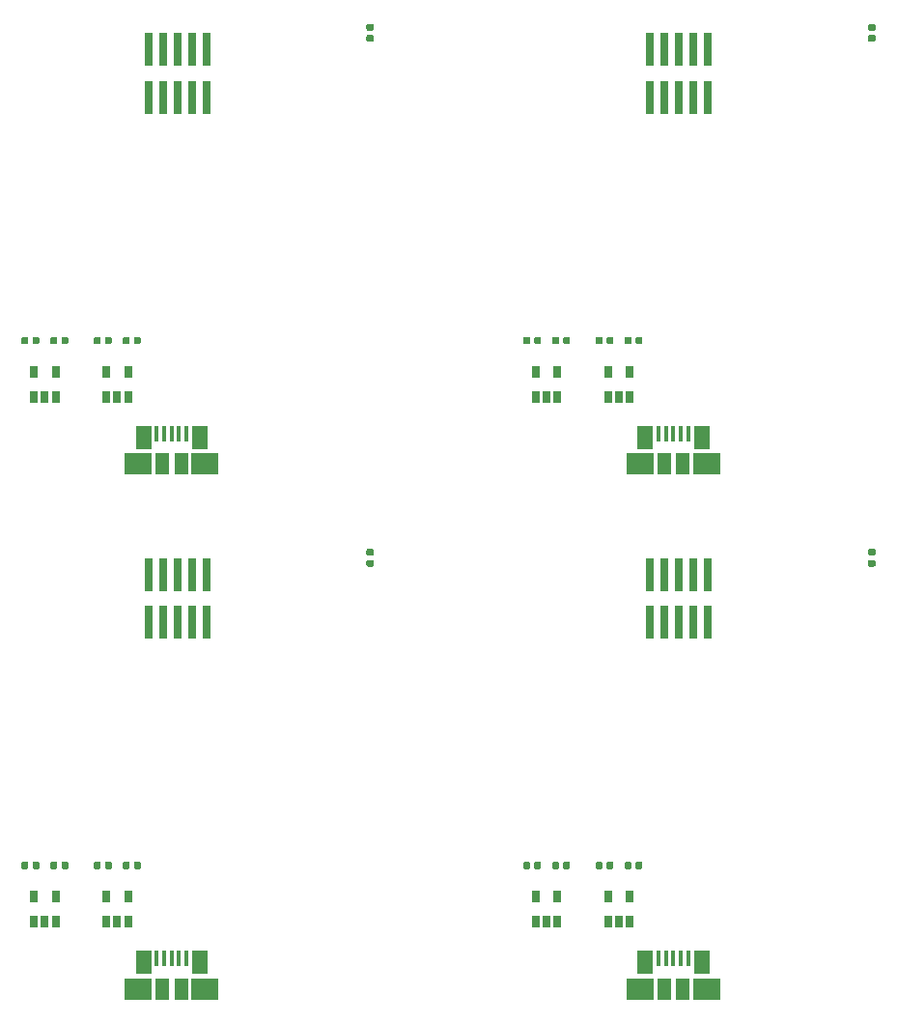
<source format=gtp>
G04 #@! TF.GenerationSoftware,KiCad,Pcbnew,5.0.2-bee76a0~70~ubuntu18.04.1*
G04 #@! TF.CreationDate,2019-02-02T15:45:17-08:00*
G04 #@! TF.ProjectId,programing_adapter,70726f67-7261-46d6-996e-675f61646170,rev?*
G04 #@! TF.SameCoordinates,Original*
G04 #@! TF.FileFunction,Paste,Top*
G04 #@! TF.FilePolarity,Positive*
%FSLAX46Y46*%
G04 Gerber Fmt 4.6, Leading zero omitted, Abs format (unit mm)*
G04 Created by KiCad (PCBNEW 5.0.2-bee76a0~70~ubuntu18.04.1) date Sat 02 Feb 2019 03:45:17 PM PST*
%MOMM*%
%LPD*%
G01*
G04 APERTURE LIST*
%ADD10C,0.020000*%
%ADD11C,0.590000*%
%ADD12R,0.762000X2.921000*%
%ADD13R,0.650000X1.060000*%
%ADD14R,1.175000X1.900000*%
%ADD15R,2.375000X1.900000*%
%ADD16R,1.475000X2.100000*%
%ADD17R,0.450000X1.380000*%
G04 APERTURE END LIST*
D10*
G04 #@! TO.C,R1*
G36*
X131261958Y-86700710D02*
X131276276Y-86702834D01*
X131290317Y-86706351D01*
X131303946Y-86711228D01*
X131317031Y-86717417D01*
X131329447Y-86724858D01*
X131341073Y-86733481D01*
X131351798Y-86743202D01*
X131361519Y-86753927D01*
X131370142Y-86765553D01*
X131377583Y-86777969D01*
X131383772Y-86791054D01*
X131388649Y-86804683D01*
X131392166Y-86818724D01*
X131394290Y-86833042D01*
X131395000Y-86847500D01*
X131395000Y-87142500D01*
X131394290Y-87156958D01*
X131392166Y-87171276D01*
X131388649Y-87185317D01*
X131383772Y-87198946D01*
X131377583Y-87212031D01*
X131370142Y-87224447D01*
X131361519Y-87236073D01*
X131351798Y-87246798D01*
X131341073Y-87256519D01*
X131329447Y-87265142D01*
X131317031Y-87272583D01*
X131303946Y-87278772D01*
X131290317Y-87283649D01*
X131276276Y-87287166D01*
X131261958Y-87289290D01*
X131247500Y-87290000D01*
X130902500Y-87290000D01*
X130888042Y-87289290D01*
X130873724Y-87287166D01*
X130859683Y-87283649D01*
X130846054Y-87278772D01*
X130832969Y-87272583D01*
X130820553Y-87265142D01*
X130808927Y-87256519D01*
X130798202Y-87246798D01*
X130788481Y-87236073D01*
X130779858Y-87224447D01*
X130772417Y-87212031D01*
X130766228Y-87198946D01*
X130761351Y-87185317D01*
X130757834Y-87171276D01*
X130755710Y-87156958D01*
X130755000Y-87142500D01*
X130755000Y-86847500D01*
X130755710Y-86833042D01*
X130757834Y-86818724D01*
X130761351Y-86804683D01*
X130766228Y-86791054D01*
X130772417Y-86777969D01*
X130779858Y-86765553D01*
X130788481Y-86753927D01*
X130798202Y-86743202D01*
X130808927Y-86733481D01*
X130820553Y-86724858D01*
X130832969Y-86717417D01*
X130846054Y-86711228D01*
X130859683Y-86706351D01*
X130873724Y-86702834D01*
X130888042Y-86700710D01*
X130902500Y-86700000D01*
X131247500Y-86700000D01*
X131261958Y-86700710D01*
X131261958Y-86700710D01*
G37*
D11*
X131075000Y-86995000D03*
D10*
G36*
X131261958Y-87670710D02*
X131276276Y-87672834D01*
X131290317Y-87676351D01*
X131303946Y-87681228D01*
X131317031Y-87687417D01*
X131329447Y-87694858D01*
X131341073Y-87703481D01*
X131351798Y-87713202D01*
X131361519Y-87723927D01*
X131370142Y-87735553D01*
X131377583Y-87747969D01*
X131383772Y-87761054D01*
X131388649Y-87774683D01*
X131392166Y-87788724D01*
X131394290Y-87803042D01*
X131395000Y-87817500D01*
X131395000Y-88112500D01*
X131394290Y-88126958D01*
X131392166Y-88141276D01*
X131388649Y-88155317D01*
X131383772Y-88168946D01*
X131377583Y-88182031D01*
X131370142Y-88194447D01*
X131361519Y-88206073D01*
X131351798Y-88216798D01*
X131341073Y-88226519D01*
X131329447Y-88235142D01*
X131317031Y-88242583D01*
X131303946Y-88248772D01*
X131290317Y-88253649D01*
X131276276Y-88257166D01*
X131261958Y-88259290D01*
X131247500Y-88260000D01*
X130902500Y-88260000D01*
X130888042Y-88259290D01*
X130873724Y-88257166D01*
X130859683Y-88253649D01*
X130846054Y-88248772D01*
X130832969Y-88242583D01*
X130820553Y-88235142D01*
X130808927Y-88226519D01*
X130798202Y-88216798D01*
X130788481Y-88206073D01*
X130779858Y-88194447D01*
X130772417Y-88182031D01*
X130766228Y-88168946D01*
X130761351Y-88155317D01*
X130757834Y-88141276D01*
X130755710Y-88126958D01*
X130755000Y-88112500D01*
X130755000Y-87817500D01*
X130755710Y-87803042D01*
X130757834Y-87788724D01*
X130761351Y-87774683D01*
X130766228Y-87761054D01*
X130772417Y-87747969D01*
X130779858Y-87735553D01*
X130788481Y-87723927D01*
X130798202Y-87713202D01*
X130808927Y-87703481D01*
X130820553Y-87694858D01*
X130832969Y-87687417D01*
X130846054Y-87681228D01*
X130859683Y-87676351D01*
X130873724Y-87672834D01*
X130888042Y-87670710D01*
X130902500Y-87670000D01*
X131247500Y-87670000D01*
X131261958Y-87670710D01*
X131261958Y-87670710D01*
G37*
D11*
X131075000Y-87965000D03*
G04 #@! TD*
D10*
G04 #@! TO.C,R1*
G36*
X87261958Y-86700710D02*
X87276276Y-86702834D01*
X87290317Y-86706351D01*
X87303946Y-86711228D01*
X87317031Y-86717417D01*
X87329447Y-86724858D01*
X87341073Y-86733481D01*
X87351798Y-86743202D01*
X87361519Y-86753927D01*
X87370142Y-86765553D01*
X87377583Y-86777969D01*
X87383772Y-86791054D01*
X87388649Y-86804683D01*
X87392166Y-86818724D01*
X87394290Y-86833042D01*
X87395000Y-86847500D01*
X87395000Y-87142500D01*
X87394290Y-87156958D01*
X87392166Y-87171276D01*
X87388649Y-87185317D01*
X87383772Y-87198946D01*
X87377583Y-87212031D01*
X87370142Y-87224447D01*
X87361519Y-87236073D01*
X87351798Y-87246798D01*
X87341073Y-87256519D01*
X87329447Y-87265142D01*
X87317031Y-87272583D01*
X87303946Y-87278772D01*
X87290317Y-87283649D01*
X87276276Y-87287166D01*
X87261958Y-87289290D01*
X87247500Y-87290000D01*
X86902500Y-87290000D01*
X86888042Y-87289290D01*
X86873724Y-87287166D01*
X86859683Y-87283649D01*
X86846054Y-87278772D01*
X86832969Y-87272583D01*
X86820553Y-87265142D01*
X86808927Y-87256519D01*
X86798202Y-87246798D01*
X86788481Y-87236073D01*
X86779858Y-87224447D01*
X86772417Y-87212031D01*
X86766228Y-87198946D01*
X86761351Y-87185317D01*
X86757834Y-87171276D01*
X86755710Y-87156958D01*
X86755000Y-87142500D01*
X86755000Y-86847500D01*
X86755710Y-86833042D01*
X86757834Y-86818724D01*
X86761351Y-86804683D01*
X86766228Y-86791054D01*
X86772417Y-86777969D01*
X86779858Y-86765553D01*
X86788481Y-86753927D01*
X86798202Y-86743202D01*
X86808927Y-86733481D01*
X86820553Y-86724858D01*
X86832969Y-86717417D01*
X86846054Y-86711228D01*
X86859683Y-86706351D01*
X86873724Y-86702834D01*
X86888042Y-86700710D01*
X86902500Y-86700000D01*
X87247500Y-86700000D01*
X87261958Y-86700710D01*
X87261958Y-86700710D01*
G37*
D11*
X87075000Y-86995000D03*
D10*
G36*
X87261958Y-87670710D02*
X87276276Y-87672834D01*
X87290317Y-87676351D01*
X87303946Y-87681228D01*
X87317031Y-87687417D01*
X87329447Y-87694858D01*
X87341073Y-87703481D01*
X87351798Y-87713202D01*
X87361519Y-87723927D01*
X87370142Y-87735553D01*
X87377583Y-87747969D01*
X87383772Y-87761054D01*
X87388649Y-87774683D01*
X87392166Y-87788724D01*
X87394290Y-87803042D01*
X87395000Y-87817500D01*
X87395000Y-88112500D01*
X87394290Y-88126958D01*
X87392166Y-88141276D01*
X87388649Y-88155317D01*
X87383772Y-88168946D01*
X87377583Y-88182031D01*
X87370142Y-88194447D01*
X87361519Y-88206073D01*
X87351798Y-88216798D01*
X87341073Y-88226519D01*
X87329447Y-88235142D01*
X87317031Y-88242583D01*
X87303946Y-88248772D01*
X87290317Y-88253649D01*
X87276276Y-88257166D01*
X87261958Y-88259290D01*
X87247500Y-88260000D01*
X86902500Y-88260000D01*
X86888042Y-88259290D01*
X86873724Y-88257166D01*
X86859683Y-88253649D01*
X86846054Y-88248772D01*
X86832969Y-88242583D01*
X86820553Y-88235142D01*
X86808927Y-88226519D01*
X86798202Y-88216798D01*
X86788481Y-88206073D01*
X86779858Y-88194447D01*
X86772417Y-88182031D01*
X86766228Y-88168946D01*
X86761351Y-88155317D01*
X86757834Y-88141276D01*
X86755710Y-88126958D01*
X86755000Y-88112500D01*
X86755000Y-87817500D01*
X86755710Y-87803042D01*
X86757834Y-87788724D01*
X86761351Y-87774683D01*
X86766228Y-87761054D01*
X86772417Y-87747969D01*
X86779858Y-87735553D01*
X86788481Y-87723927D01*
X86798202Y-87713202D01*
X86808927Y-87703481D01*
X86820553Y-87694858D01*
X86832969Y-87687417D01*
X86846054Y-87681228D01*
X86859683Y-87676351D01*
X86873724Y-87672834D01*
X86888042Y-87670710D01*
X86902500Y-87670000D01*
X87247500Y-87670000D01*
X87261958Y-87670710D01*
X87261958Y-87670710D01*
G37*
D11*
X87075000Y-87965000D03*
G04 #@! TD*
D10*
G04 #@! TO.C,R1*
G36*
X131261958Y-40700710D02*
X131276276Y-40702834D01*
X131290317Y-40706351D01*
X131303946Y-40711228D01*
X131317031Y-40717417D01*
X131329447Y-40724858D01*
X131341073Y-40733481D01*
X131351798Y-40743202D01*
X131361519Y-40753927D01*
X131370142Y-40765553D01*
X131377583Y-40777969D01*
X131383772Y-40791054D01*
X131388649Y-40804683D01*
X131392166Y-40818724D01*
X131394290Y-40833042D01*
X131395000Y-40847500D01*
X131395000Y-41142500D01*
X131394290Y-41156958D01*
X131392166Y-41171276D01*
X131388649Y-41185317D01*
X131383772Y-41198946D01*
X131377583Y-41212031D01*
X131370142Y-41224447D01*
X131361519Y-41236073D01*
X131351798Y-41246798D01*
X131341073Y-41256519D01*
X131329447Y-41265142D01*
X131317031Y-41272583D01*
X131303946Y-41278772D01*
X131290317Y-41283649D01*
X131276276Y-41287166D01*
X131261958Y-41289290D01*
X131247500Y-41290000D01*
X130902500Y-41290000D01*
X130888042Y-41289290D01*
X130873724Y-41287166D01*
X130859683Y-41283649D01*
X130846054Y-41278772D01*
X130832969Y-41272583D01*
X130820553Y-41265142D01*
X130808927Y-41256519D01*
X130798202Y-41246798D01*
X130788481Y-41236073D01*
X130779858Y-41224447D01*
X130772417Y-41212031D01*
X130766228Y-41198946D01*
X130761351Y-41185317D01*
X130757834Y-41171276D01*
X130755710Y-41156958D01*
X130755000Y-41142500D01*
X130755000Y-40847500D01*
X130755710Y-40833042D01*
X130757834Y-40818724D01*
X130761351Y-40804683D01*
X130766228Y-40791054D01*
X130772417Y-40777969D01*
X130779858Y-40765553D01*
X130788481Y-40753927D01*
X130798202Y-40743202D01*
X130808927Y-40733481D01*
X130820553Y-40724858D01*
X130832969Y-40717417D01*
X130846054Y-40711228D01*
X130859683Y-40706351D01*
X130873724Y-40702834D01*
X130888042Y-40700710D01*
X130902500Y-40700000D01*
X131247500Y-40700000D01*
X131261958Y-40700710D01*
X131261958Y-40700710D01*
G37*
D11*
X131075000Y-40995000D03*
D10*
G36*
X131261958Y-41670710D02*
X131276276Y-41672834D01*
X131290317Y-41676351D01*
X131303946Y-41681228D01*
X131317031Y-41687417D01*
X131329447Y-41694858D01*
X131341073Y-41703481D01*
X131351798Y-41713202D01*
X131361519Y-41723927D01*
X131370142Y-41735553D01*
X131377583Y-41747969D01*
X131383772Y-41761054D01*
X131388649Y-41774683D01*
X131392166Y-41788724D01*
X131394290Y-41803042D01*
X131395000Y-41817500D01*
X131395000Y-42112500D01*
X131394290Y-42126958D01*
X131392166Y-42141276D01*
X131388649Y-42155317D01*
X131383772Y-42168946D01*
X131377583Y-42182031D01*
X131370142Y-42194447D01*
X131361519Y-42206073D01*
X131351798Y-42216798D01*
X131341073Y-42226519D01*
X131329447Y-42235142D01*
X131317031Y-42242583D01*
X131303946Y-42248772D01*
X131290317Y-42253649D01*
X131276276Y-42257166D01*
X131261958Y-42259290D01*
X131247500Y-42260000D01*
X130902500Y-42260000D01*
X130888042Y-42259290D01*
X130873724Y-42257166D01*
X130859683Y-42253649D01*
X130846054Y-42248772D01*
X130832969Y-42242583D01*
X130820553Y-42235142D01*
X130808927Y-42226519D01*
X130798202Y-42216798D01*
X130788481Y-42206073D01*
X130779858Y-42194447D01*
X130772417Y-42182031D01*
X130766228Y-42168946D01*
X130761351Y-42155317D01*
X130757834Y-42141276D01*
X130755710Y-42126958D01*
X130755000Y-42112500D01*
X130755000Y-41817500D01*
X130755710Y-41803042D01*
X130757834Y-41788724D01*
X130761351Y-41774683D01*
X130766228Y-41761054D01*
X130772417Y-41747969D01*
X130779858Y-41735553D01*
X130788481Y-41723927D01*
X130798202Y-41713202D01*
X130808927Y-41703481D01*
X130820553Y-41694858D01*
X130832969Y-41687417D01*
X130846054Y-41681228D01*
X130859683Y-41676351D01*
X130873724Y-41672834D01*
X130888042Y-41670710D01*
X130902500Y-41670000D01*
X131247500Y-41670000D01*
X131261958Y-41670710D01*
X131261958Y-41670710D01*
G37*
D11*
X131075000Y-41965000D03*
G04 #@! TD*
D12*
G04 #@! TO.C,J1*
X115454000Y-93131500D03*
X116724000Y-93131500D03*
X114184000Y-93131500D03*
X112914000Y-93131500D03*
X111644000Y-93131500D03*
X116724000Y-88940500D03*
X115454000Y-88940500D03*
X114184000Y-88940500D03*
X112914000Y-88940500D03*
X111644000Y-88940500D03*
G04 #@! TD*
G04 #@! TO.C,J1*
X71454000Y-93131500D03*
X72724000Y-93131500D03*
X70184000Y-93131500D03*
X68914000Y-93131500D03*
X67644000Y-93131500D03*
X72724000Y-88940500D03*
X71454000Y-88940500D03*
X70184000Y-88940500D03*
X68914000Y-88940500D03*
X67644000Y-88940500D03*
G04 #@! TD*
G04 #@! TO.C,J1*
X115454000Y-47131500D03*
X116724000Y-47131500D03*
X114184000Y-47131500D03*
X112914000Y-47131500D03*
X111644000Y-47131500D03*
X116724000Y-42940500D03*
X115454000Y-42940500D03*
X114184000Y-42940500D03*
X112914000Y-42940500D03*
X111644000Y-42940500D03*
G04 #@! TD*
D13*
G04 #@! TO.C,U1*
X107959624Y-119359202D03*
X108909624Y-119359202D03*
X109859624Y-119359202D03*
X109859624Y-117159202D03*
X107959624Y-117159202D03*
G04 #@! TD*
G04 #@! TO.C,U1*
X63959624Y-119359202D03*
X64909624Y-119359202D03*
X65859624Y-119359202D03*
X65859624Y-117159202D03*
X63959624Y-117159202D03*
G04 #@! TD*
G04 #@! TO.C,U1*
X107959624Y-73359202D03*
X108909624Y-73359202D03*
X109859624Y-73359202D03*
X109859624Y-71159202D03*
X107959624Y-71159202D03*
G04 #@! TD*
D10*
G04 #@! TO.C,C4*
G36*
X101936582Y-114129912D02*
X101950900Y-114132036D01*
X101964941Y-114135553D01*
X101978570Y-114140430D01*
X101991655Y-114146619D01*
X102004071Y-114154060D01*
X102015697Y-114162683D01*
X102026422Y-114172404D01*
X102036143Y-114183129D01*
X102044766Y-114194755D01*
X102052207Y-114207171D01*
X102058396Y-114220256D01*
X102063273Y-114233885D01*
X102066790Y-114247926D01*
X102068914Y-114262244D01*
X102069624Y-114276702D01*
X102069624Y-114621702D01*
X102068914Y-114636160D01*
X102066790Y-114650478D01*
X102063273Y-114664519D01*
X102058396Y-114678148D01*
X102052207Y-114691233D01*
X102044766Y-114703649D01*
X102036143Y-114715275D01*
X102026422Y-114726000D01*
X102015697Y-114735721D01*
X102004071Y-114744344D01*
X101991655Y-114751785D01*
X101978570Y-114757974D01*
X101964941Y-114762851D01*
X101950900Y-114766368D01*
X101936582Y-114768492D01*
X101922124Y-114769202D01*
X101627124Y-114769202D01*
X101612666Y-114768492D01*
X101598348Y-114766368D01*
X101584307Y-114762851D01*
X101570678Y-114757974D01*
X101557593Y-114751785D01*
X101545177Y-114744344D01*
X101533551Y-114735721D01*
X101522826Y-114726000D01*
X101513105Y-114715275D01*
X101504482Y-114703649D01*
X101497041Y-114691233D01*
X101490852Y-114678148D01*
X101485975Y-114664519D01*
X101482458Y-114650478D01*
X101480334Y-114636160D01*
X101479624Y-114621702D01*
X101479624Y-114276702D01*
X101480334Y-114262244D01*
X101482458Y-114247926D01*
X101485975Y-114233885D01*
X101490852Y-114220256D01*
X101497041Y-114207171D01*
X101504482Y-114194755D01*
X101513105Y-114183129D01*
X101522826Y-114172404D01*
X101533551Y-114162683D01*
X101545177Y-114154060D01*
X101557593Y-114146619D01*
X101570678Y-114140430D01*
X101584307Y-114135553D01*
X101598348Y-114132036D01*
X101612666Y-114129912D01*
X101627124Y-114129202D01*
X101922124Y-114129202D01*
X101936582Y-114129912D01*
X101936582Y-114129912D01*
G37*
D11*
X101774624Y-114449202D03*
D10*
G36*
X100966582Y-114129912D02*
X100980900Y-114132036D01*
X100994941Y-114135553D01*
X101008570Y-114140430D01*
X101021655Y-114146619D01*
X101034071Y-114154060D01*
X101045697Y-114162683D01*
X101056422Y-114172404D01*
X101066143Y-114183129D01*
X101074766Y-114194755D01*
X101082207Y-114207171D01*
X101088396Y-114220256D01*
X101093273Y-114233885D01*
X101096790Y-114247926D01*
X101098914Y-114262244D01*
X101099624Y-114276702D01*
X101099624Y-114621702D01*
X101098914Y-114636160D01*
X101096790Y-114650478D01*
X101093273Y-114664519D01*
X101088396Y-114678148D01*
X101082207Y-114691233D01*
X101074766Y-114703649D01*
X101066143Y-114715275D01*
X101056422Y-114726000D01*
X101045697Y-114735721D01*
X101034071Y-114744344D01*
X101021655Y-114751785D01*
X101008570Y-114757974D01*
X100994941Y-114762851D01*
X100980900Y-114766368D01*
X100966582Y-114768492D01*
X100952124Y-114769202D01*
X100657124Y-114769202D01*
X100642666Y-114768492D01*
X100628348Y-114766368D01*
X100614307Y-114762851D01*
X100600678Y-114757974D01*
X100587593Y-114751785D01*
X100575177Y-114744344D01*
X100563551Y-114735721D01*
X100552826Y-114726000D01*
X100543105Y-114715275D01*
X100534482Y-114703649D01*
X100527041Y-114691233D01*
X100520852Y-114678148D01*
X100515975Y-114664519D01*
X100512458Y-114650478D01*
X100510334Y-114636160D01*
X100509624Y-114621702D01*
X100509624Y-114276702D01*
X100510334Y-114262244D01*
X100512458Y-114247926D01*
X100515975Y-114233885D01*
X100520852Y-114220256D01*
X100527041Y-114207171D01*
X100534482Y-114194755D01*
X100543105Y-114183129D01*
X100552826Y-114172404D01*
X100563551Y-114162683D01*
X100575177Y-114154060D01*
X100587593Y-114146619D01*
X100600678Y-114140430D01*
X100614307Y-114135553D01*
X100628348Y-114132036D01*
X100642666Y-114129912D01*
X100657124Y-114129202D01*
X100952124Y-114129202D01*
X100966582Y-114129912D01*
X100966582Y-114129912D01*
G37*
D11*
X100804624Y-114449202D03*
G04 #@! TD*
D10*
G04 #@! TO.C,C4*
G36*
X57936582Y-114129912D02*
X57950900Y-114132036D01*
X57964941Y-114135553D01*
X57978570Y-114140430D01*
X57991655Y-114146619D01*
X58004071Y-114154060D01*
X58015697Y-114162683D01*
X58026422Y-114172404D01*
X58036143Y-114183129D01*
X58044766Y-114194755D01*
X58052207Y-114207171D01*
X58058396Y-114220256D01*
X58063273Y-114233885D01*
X58066790Y-114247926D01*
X58068914Y-114262244D01*
X58069624Y-114276702D01*
X58069624Y-114621702D01*
X58068914Y-114636160D01*
X58066790Y-114650478D01*
X58063273Y-114664519D01*
X58058396Y-114678148D01*
X58052207Y-114691233D01*
X58044766Y-114703649D01*
X58036143Y-114715275D01*
X58026422Y-114726000D01*
X58015697Y-114735721D01*
X58004071Y-114744344D01*
X57991655Y-114751785D01*
X57978570Y-114757974D01*
X57964941Y-114762851D01*
X57950900Y-114766368D01*
X57936582Y-114768492D01*
X57922124Y-114769202D01*
X57627124Y-114769202D01*
X57612666Y-114768492D01*
X57598348Y-114766368D01*
X57584307Y-114762851D01*
X57570678Y-114757974D01*
X57557593Y-114751785D01*
X57545177Y-114744344D01*
X57533551Y-114735721D01*
X57522826Y-114726000D01*
X57513105Y-114715275D01*
X57504482Y-114703649D01*
X57497041Y-114691233D01*
X57490852Y-114678148D01*
X57485975Y-114664519D01*
X57482458Y-114650478D01*
X57480334Y-114636160D01*
X57479624Y-114621702D01*
X57479624Y-114276702D01*
X57480334Y-114262244D01*
X57482458Y-114247926D01*
X57485975Y-114233885D01*
X57490852Y-114220256D01*
X57497041Y-114207171D01*
X57504482Y-114194755D01*
X57513105Y-114183129D01*
X57522826Y-114172404D01*
X57533551Y-114162683D01*
X57545177Y-114154060D01*
X57557593Y-114146619D01*
X57570678Y-114140430D01*
X57584307Y-114135553D01*
X57598348Y-114132036D01*
X57612666Y-114129912D01*
X57627124Y-114129202D01*
X57922124Y-114129202D01*
X57936582Y-114129912D01*
X57936582Y-114129912D01*
G37*
D11*
X57774624Y-114449202D03*
D10*
G36*
X56966582Y-114129912D02*
X56980900Y-114132036D01*
X56994941Y-114135553D01*
X57008570Y-114140430D01*
X57021655Y-114146619D01*
X57034071Y-114154060D01*
X57045697Y-114162683D01*
X57056422Y-114172404D01*
X57066143Y-114183129D01*
X57074766Y-114194755D01*
X57082207Y-114207171D01*
X57088396Y-114220256D01*
X57093273Y-114233885D01*
X57096790Y-114247926D01*
X57098914Y-114262244D01*
X57099624Y-114276702D01*
X57099624Y-114621702D01*
X57098914Y-114636160D01*
X57096790Y-114650478D01*
X57093273Y-114664519D01*
X57088396Y-114678148D01*
X57082207Y-114691233D01*
X57074766Y-114703649D01*
X57066143Y-114715275D01*
X57056422Y-114726000D01*
X57045697Y-114735721D01*
X57034071Y-114744344D01*
X57021655Y-114751785D01*
X57008570Y-114757974D01*
X56994941Y-114762851D01*
X56980900Y-114766368D01*
X56966582Y-114768492D01*
X56952124Y-114769202D01*
X56657124Y-114769202D01*
X56642666Y-114768492D01*
X56628348Y-114766368D01*
X56614307Y-114762851D01*
X56600678Y-114757974D01*
X56587593Y-114751785D01*
X56575177Y-114744344D01*
X56563551Y-114735721D01*
X56552826Y-114726000D01*
X56543105Y-114715275D01*
X56534482Y-114703649D01*
X56527041Y-114691233D01*
X56520852Y-114678148D01*
X56515975Y-114664519D01*
X56512458Y-114650478D01*
X56510334Y-114636160D01*
X56509624Y-114621702D01*
X56509624Y-114276702D01*
X56510334Y-114262244D01*
X56512458Y-114247926D01*
X56515975Y-114233885D01*
X56520852Y-114220256D01*
X56527041Y-114207171D01*
X56534482Y-114194755D01*
X56543105Y-114183129D01*
X56552826Y-114172404D01*
X56563551Y-114162683D01*
X56575177Y-114154060D01*
X56587593Y-114146619D01*
X56600678Y-114140430D01*
X56614307Y-114135553D01*
X56628348Y-114132036D01*
X56642666Y-114129912D01*
X56657124Y-114129202D01*
X56952124Y-114129202D01*
X56966582Y-114129912D01*
X56966582Y-114129912D01*
G37*
D11*
X56804624Y-114449202D03*
G04 #@! TD*
D10*
G04 #@! TO.C,C4*
G36*
X101936582Y-68129912D02*
X101950900Y-68132036D01*
X101964941Y-68135553D01*
X101978570Y-68140430D01*
X101991655Y-68146619D01*
X102004071Y-68154060D01*
X102015697Y-68162683D01*
X102026422Y-68172404D01*
X102036143Y-68183129D01*
X102044766Y-68194755D01*
X102052207Y-68207171D01*
X102058396Y-68220256D01*
X102063273Y-68233885D01*
X102066790Y-68247926D01*
X102068914Y-68262244D01*
X102069624Y-68276702D01*
X102069624Y-68621702D01*
X102068914Y-68636160D01*
X102066790Y-68650478D01*
X102063273Y-68664519D01*
X102058396Y-68678148D01*
X102052207Y-68691233D01*
X102044766Y-68703649D01*
X102036143Y-68715275D01*
X102026422Y-68726000D01*
X102015697Y-68735721D01*
X102004071Y-68744344D01*
X101991655Y-68751785D01*
X101978570Y-68757974D01*
X101964941Y-68762851D01*
X101950900Y-68766368D01*
X101936582Y-68768492D01*
X101922124Y-68769202D01*
X101627124Y-68769202D01*
X101612666Y-68768492D01*
X101598348Y-68766368D01*
X101584307Y-68762851D01*
X101570678Y-68757974D01*
X101557593Y-68751785D01*
X101545177Y-68744344D01*
X101533551Y-68735721D01*
X101522826Y-68726000D01*
X101513105Y-68715275D01*
X101504482Y-68703649D01*
X101497041Y-68691233D01*
X101490852Y-68678148D01*
X101485975Y-68664519D01*
X101482458Y-68650478D01*
X101480334Y-68636160D01*
X101479624Y-68621702D01*
X101479624Y-68276702D01*
X101480334Y-68262244D01*
X101482458Y-68247926D01*
X101485975Y-68233885D01*
X101490852Y-68220256D01*
X101497041Y-68207171D01*
X101504482Y-68194755D01*
X101513105Y-68183129D01*
X101522826Y-68172404D01*
X101533551Y-68162683D01*
X101545177Y-68154060D01*
X101557593Y-68146619D01*
X101570678Y-68140430D01*
X101584307Y-68135553D01*
X101598348Y-68132036D01*
X101612666Y-68129912D01*
X101627124Y-68129202D01*
X101922124Y-68129202D01*
X101936582Y-68129912D01*
X101936582Y-68129912D01*
G37*
D11*
X101774624Y-68449202D03*
D10*
G36*
X100966582Y-68129912D02*
X100980900Y-68132036D01*
X100994941Y-68135553D01*
X101008570Y-68140430D01*
X101021655Y-68146619D01*
X101034071Y-68154060D01*
X101045697Y-68162683D01*
X101056422Y-68172404D01*
X101066143Y-68183129D01*
X101074766Y-68194755D01*
X101082207Y-68207171D01*
X101088396Y-68220256D01*
X101093273Y-68233885D01*
X101096790Y-68247926D01*
X101098914Y-68262244D01*
X101099624Y-68276702D01*
X101099624Y-68621702D01*
X101098914Y-68636160D01*
X101096790Y-68650478D01*
X101093273Y-68664519D01*
X101088396Y-68678148D01*
X101082207Y-68691233D01*
X101074766Y-68703649D01*
X101066143Y-68715275D01*
X101056422Y-68726000D01*
X101045697Y-68735721D01*
X101034071Y-68744344D01*
X101021655Y-68751785D01*
X101008570Y-68757974D01*
X100994941Y-68762851D01*
X100980900Y-68766368D01*
X100966582Y-68768492D01*
X100952124Y-68769202D01*
X100657124Y-68769202D01*
X100642666Y-68768492D01*
X100628348Y-68766368D01*
X100614307Y-68762851D01*
X100600678Y-68757974D01*
X100587593Y-68751785D01*
X100575177Y-68744344D01*
X100563551Y-68735721D01*
X100552826Y-68726000D01*
X100543105Y-68715275D01*
X100534482Y-68703649D01*
X100527041Y-68691233D01*
X100520852Y-68678148D01*
X100515975Y-68664519D01*
X100512458Y-68650478D01*
X100510334Y-68636160D01*
X100509624Y-68621702D01*
X100509624Y-68276702D01*
X100510334Y-68262244D01*
X100512458Y-68247926D01*
X100515975Y-68233885D01*
X100520852Y-68220256D01*
X100527041Y-68207171D01*
X100534482Y-68194755D01*
X100543105Y-68183129D01*
X100552826Y-68172404D01*
X100563551Y-68162683D01*
X100575177Y-68154060D01*
X100587593Y-68146619D01*
X100600678Y-68140430D01*
X100614307Y-68135553D01*
X100628348Y-68132036D01*
X100642666Y-68129912D01*
X100657124Y-68129202D01*
X100952124Y-68129202D01*
X100966582Y-68129912D01*
X100966582Y-68129912D01*
G37*
D11*
X100804624Y-68449202D03*
G04 #@! TD*
D13*
G04 #@! TO.C,U2*
X101609624Y-117159202D03*
X103509624Y-117159202D03*
X103509624Y-119359202D03*
X102559624Y-119359202D03*
X101609624Y-119359202D03*
G04 #@! TD*
G04 #@! TO.C,U2*
X57609624Y-117159202D03*
X59509624Y-117159202D03*
X59509624Y-119359202D03*
X58559624Y-119359202D03*
X57609624Y-119359202D03*
G04 #@! TD*
G04 #@! TO.C,U2*
X101609624Y-71159202D03*
X103509624Y-71159202D03*
X103509624Y-73359202D03*
X102559624Y-73359202D03*
X101609624Y-73359202D03*
G04 #@! TD*
D14*
G04 #@! TO.C,J4*
X114516000Y-125256000D03*
X112836000Y-125256000D03*
D15*
X116586000Y-125256000D03*
X110766000Y-125256000D03*
D16*
X116138500Y-122956000D03*
X111213500Y-122956000D03*
D17*
X114976000Y-122596000D03*
X114326000Y-122596000D03*
X113676000Y-122596000D03*
X113026000Y-122596000D03*
X112376000Y-122596000D03*
G04 #@! TD*
D14*
G04 #@! TO.C,J4*
X70516000Y-125256000D03*
X68836000Y-125256000D03*
D15*
X72586000Y-125256000D03*
X66766000Y-125256000D03*
D16*
X72138500Y-122956000D03*
X67213500Y-122956000D03*
D17*
X70976000Y-122596000D03*
X70326000Y-122596000D03*
X69676000Y-122596000D03*
X69026000Y-122596000D03*
X68376000Y-122596000D03*
G04 #@! TD*
D14*
G04 #@! TO.C,J4*
X114516000Y-79256000D03*
X112836000Y-79256000D03*
D15*
X116586000Y-79256000D03*
X110766000Y-79256000D03*
D16*
X116138500Y-76956000D03*
X111213500Y-76956000D03*
D17*
X114976000Y-76596000D03*
X114326000Y-76596000D03*
X113676000Y-76596000D03*
X113026000Y-76596000D03*
X112376000Y-76596000D03*
G04 #@! TD*
D10*
G04 #@! TO.C,C1*
G36*
X109856582Y-114129912D02*
X109870900Y-114132036D01*
X109884941Y-114135553D01*
X109898570Y-114140430D01*
X109911655Y-114146619D01*
X109924071Y-114154060D01*
X109935697Y-114162683D01*
X109946422Y-114172404D01*
X109956143Y-114183129D01*
X109964766Y-114194755D01*
X109972207Y-114207171D01*
X109978396Y-114220256D01*
X109983273Y-114233885D01*
X109986790Y-114247926D01*
X109988914Y-114262244D01*
X109989624Y-114276702D01*
X109989624Y-114621702D01*
X109988914Y-114636160D01*
X109986790Y-114650478D01*
X109983273Y-114664519D01*
X109978396Y-114678148D01*
X109972207Y-114691233D01*
X109964766Y-114703649D01*
X109956143Y-114715275D01*
X109946422Y-114726000D01*
X109935697Y-114735721D01*
X109924071Y-114744344D01*
X109911655Y-114751785D01*
X109898570Y-114757974D01*
X109884941Y-114762851D01*
X109870900Y-114766368D01*
X109856582Y-114768492D01*
X109842124Y-114769202D01*
X109547124Y-114769202D01*
X109532666Y-114768492D01*
X109518348Y-114766368D01*
X109504307Y-114762851D01*
X109490678Y-114757974D01*
X109477593Y-114751785D01*
X109465177Y-114744344D01*
X109453551Y-114735721D01*
X109442826Y-114726000D01*
X109433105Y-114715275D01*
X109424482Y-114703649D01*
X109417041Y-114691233D01*
X109410852Y-114678148D01*
X109405975Y-114664519D01*
X109402458Y-114650478D01*
X109400334Y-114636160D01*
X109399624Y-114621702D01*
X109399624Y-114276702D01*
X109400334Y-114262244D01*
X109402458Y-114247926D01*
X109405975Y-114233885D01*
X109410852Y-114220256D01*
X109417041Y-114207171D01*
X109424482Y-114194755D01*
X109433105Y-114183129D01*
X109442826Y-114172404D01*
X109453551Y-114162683D01*
X109465177Y-114154060D01*
X109477593Y-114146619D01*
X109490678Y-114140430D01*
X109504307Y-114135553D01*
X109518348Y-114132036D01*
X109532666Y-114129912D01*
X109547124Y-114129202D01*
X109842124Y-114129202D01*
X109856582Y-114129912D01*
X109856582Y-114129912D01*
G37*
D11*
X109694624Y-114449202D03*
D10*
G36*
X110826582Y-114129912D02*
X110840900Y-114132036D01*
X110854941Y-114135553D01*
X110868570Y-114140430D01*
X110881655Y-114146619D01*
X110894071Y-114154060D01*
X110905697Y-114162683D01*
X110916422Y-114172404D01*
X110926143Y-114183129D01*
X110934766Y-114194755D01*
X110942207Y-114207171D01*
X110948396Y-114220256D01*
X110953273Y-114233885D01*
X110956790Y-114247926D01*
X110958914Y-114262244D01*
X110959624Y-114276702D01*
X110959624Y-114621702D01*
X110958914Y-114636160D01*
X110956790Y-114650478D01*
X110953273Y-114664519D01*
X110948396Y-114678148D01*
X110942207Y-114691233D01*
X110934766Y-114703649D01*
X110926143Y-114715275D01*
X110916422Y-114726000D01*
X110905697Y-114735721D01*
X110894071Y-114744344D01*
X110881655Y-114751785D01*
X110868570Y-114757974D01*
X110854941Y-114762851D01*
X110840900Y-114766368D01*
X110826582Y-114768492D01*
X110812124Y-114769202D01*
X110517124Y-114769202D01*
X110502666Y-114768492D01*
X110488348Y-114766368D01*
X110474307Y-114762851D01*
X110460678Y-114757974D01*
X110447593Y-114751785D01*
X110435177Y-114744344D01*
X110423551Y-114735721D01*
X110412826Y-114726000D01*
X110403105Y-114715275D01*
X110394482Y-114703649D01*
X110387041Y-114691233D01*
X110380852Y-114678148D01*
X110375975Y-114664519D01*
X110372458Y-114650478D01*
X110370334Y-114636160D01*
X110369624Y-114621702D01*
X110369624Y-114276702D01*
X110370334Y-114262244D01*
X110372458Y-114247926D01*
X110375975Y-114233885D01*
X110380852Y-114220256D01*
X110387041Y-114207171D01*
X110394482Y-114194755D01*
X110403105Y-114183129D01*
X110412826Y-114172404D01*
X110423551Y-114162683D01*
X110435177Y-114154060D01*
X110447593Y-114146619D01*
X110460678Y-114140430D01*
X110474307Y-114135553D01*
X110488348Y-114132036D01*
X110502666Y-114129912D01*
X110517124Y-114129202D01*
X110812124Y-114129202D01*
X110826582Y-114129912D01*
X110826582Y-114129912D01*
G37*
D11*
X110664624Y-114449202D03*
G04 #@! TD*
D10*
G04 #@! TO.C,C1*
G36*
X65856582Y-114129912D02*
X65870900Y-114132036D01*
X65884941Y-114135553D01*
X65898570Y-114140430D01*
X65911655Y-114146619D01*
X65924071Y-114154060D01*
X65935697Y-114162683D01*
X65946422Y-114172404D01*
X65956143Y-114183129D01*
X65964766Y-114194755D01*
X65972207Y-114207171D01*
X65978396Y-114220256D01*
X65983273Y-114233885D01*
X65986790Y-114247926D01*
X65988914Y-114262244D01*
X65989624Y-114276702D01*
X65989624Y-114621702D01*
X65988914Y-114636160D01*
X65986790Y-114650478D01*
X65983273Y-114664519D01*
X65978396Y-114678148D01*
X65972207Y-114691233D01*
X65964766Y-114703649D01*
X65956143Y-114715275D01*
X65946422Y-114726000D01*
X65935697Y-114735721D01*
X65924071Y-114744344D01*
X65911655Y-114751785D01*
X65898570Y-114757974D01*
X65884941Y-114762851D01*
X65870900Y-114766368D01*
X65856582Y-114768492D01*
X65842124Y-114769202D01*
X65547124Y-114769202D01*
X65532666Y-114768492D01*
X65518348Y-114766368D01*
X65504307Y-114762851D01*
X65490678Y-114757974D01*
X65477593Y-114751785D01*
X65465177Y-114744344D01*
X65453551Y-114735721D01*
X65442826Y-114726000D01*
X65433105Y-114715275D01*
X65424482Y-114703649D01*
X65417041Y-114691233D01*
X65410852Y-114678148D01*
X65405975Y-114664519D01*
X65402458Y-114650478D01*
X65400334Y-114636160D01*
X65399624Y-114621702D01*
X65399624Y-114276702D01*
X65400334Y-114262244D01*
X65402458Y-114247926D01*
X65405975Y-114233885D01*
X65410852Y-114220256D01*
X65417041Y-114207171D01*
X65424482Y-114194755D01*
X65433105Y-114183129D01*
X65442826Y-114172404D01*
X65453551Y-114162683D01*
X65465177Y-114154060D01*
X65477593Y-114146619D01*
X65490678Y-114140430D01*
X65504307Y-114135553D01*
X65518348Y-114132036D01*
X65532666Y-114129912D01*
X65547124Y-114129202D01*
X65842124Y-114129202D01*
X65856582Y-114129912D01*
X65856582Y-114129912D01*
G37*
D11*
X65694624Y-114449202D03*
D10*
G36*
X66826582Y-114129912D02*
X66840900Y-114132036D01*
X66854941Y-114135553D01*
X66868570Y-114140430D01*
X66881655Y-114146619D01*
X66894071Y-114154060D01*
X66905697Y-114162683D01*
X66916422Y-114172404D01*
X66926143Y-114183129D01*
X66934766Y-114194755D01*
X66942207Y-114207171D01*
X66948396Y-114220256D01*
X66953273Y-114233885D01*
X66956790Y-114247926D01*
X66958914Y-114262244D01*
X66959624Y-114276702D01*
X66959624Y-114621702D01*
X66958914Y-114636160D01*
X66956790Y-114650478D01*
X66953273Y-114664519D01*
X66948396Y-114678148D01*
X66942207Y-114691233D01*
X66934766Y-114703649D01*
X66926143Y-114715275D01*
X66916422Y-114726000D01*
X66905697Y-114735721D01*
X66894071Y-114744344D01*
X66881655Y-114751785D01*
X66868570Y-114757974D01*
X66854941Y-114762851D01*
X66840900Y-114766368D01*
X66826582Y-114768492D01*
X66812124Y-114769202D01*
X66517124Y-114769202D01*
X66502666Y-114768492D01*
X66488348Y-114766368D01*
X66474307Y-114762851D01*
X66460678Y-114757974D01*
X66447593Y-114751785D01*
X66435177Y-114744344D01*
X66423551Y-114735721D01*
X66412826Y-114726000D01*
X66403105Y-114715275D01*
X66394482Y-114703649D01*
X66387041Y-114691233D01*
X66380852Y-114678148D01*
X66375975Y-114664519D01*
X66372458Y-114650478D01*
X66370334Y-114636160D01*
X66369624Y-114621702D01*
X66369624Y-114276702D01*
X66370334Y-114262244D01*
X66372458Y-114247926D01*
X66375975Y-114233885D01*
X66380852Y-114220256D01*
X66387041Y-114207171D01*
X66394482Y-114194755D01*
X66403105Y-114183129D01*
X66412826Y-114172404D01*
X66423551Y-114162683D01*
X66435177Y-114154060D01*
X66447593Y-114146619D01*
X66460678Y-114140430D01*
X66474307Y-114135553D01*
X66488348Y-114132036D01*
X66502666Y-114129912D01*
X66517124Y-114129202D01*
X66812124Y-114129202D01*
X66826582Y-114129912D01*
X66826582Y-114129912D01*
G37*
D11*
X66664624Y-114449202D03*
G04 #@! TD*
D10*
G04 #@! TO.C,C1*
G36*
X109856582Y-68129912D02*
X109870900Y-68132036D01*
X109884941Y-68135553D01*
X109898570Y-68140430D01*
X109911655Y-68146619D01*
X109924071Y-68154060D01*
X109935697Y-68162683D01*
X109946422Y-68172404D01*
X109956143Y-68183129D01*
X109964766Y-68194755D01*
X109972207Y-68207171D01*
X109978396Y-68220256D01*
X109983273Y-68233885D01*
X109986790Y-68247926D01*
X109988914Y-68262244D01*
X109989624Y-68276702D01*
X109989624Y-68621702D01*
X109988914Y-68636160D01*
X109986790Y-68650478D01*
X109983273Y-68664519D01*
X109978396Y-68678148D01*
X109972207Y-68691233D01*
X109964766Y-68703649D01*
X109956143Y-68715275D01*
X109946422Y-68726000D01*
X109935697Y-68735721D01*
X109924071Y-68744344D01*
X109911655Y-68751785D01*
X109898570Y-68757974D01*
X109884941Y-68762851D01*
X109870900Y-68766368D01*
X109856582Y-68768492D01*
X109842124Y-68769202D01*
X109547124Y-68769202D01*
X109532666Y-68768492D01*
X109518348Y-68766368D01*
X109504307Y-68762851D01*
X109490678Y-68757974D01*
X109477593Y-68751785D01*
X109465177Y-68744344D01*
X109453551Y-68735721D01*
X109442826Y-68726000D01*
X109433105Y-68715275D01*
X109424482Y-68703649D01*
X109417041Y-68691233D01*
X109410852Y-68678148D01*
X109405975Y-68664519D01*
X109402458Y-68650478D01*
X109400334Y-68636160D01*
X109399624Y-68621702D01*
X109399624Y-68276702D01*
X109400334Y-68262244D01*
X109402458Y-68247926D01*
X109405975Y-68233885D01*
X109410852Y-68220256D01*
X109417041Y-68207171D01*
X109424482Y-68194755D01*
X109433105Y-68183129D01*
X109442826Y-68172404D01*
X109453551Y-68162683D01*
X109465177Y-68154060D01*
X109477593Y-68146619D01*
X109490678Y-68140430D01*
X109504307Y-68135553D01*
X109518348Y-68132036D01*
X109532666Y-68129912D01*
X109547124Y-68129202D01*
X109842124Y-68129202D01*
X109856582Y-68129912D01*
X109856582Y-68129912D01*
G37*
D11*
X109694624Y-68449202D03*
D10*
G36*
X110826582Y-68129912D02*
X110840900Y-68132036D01*
X110854941Y-68135553D01*
X110868570Y-68140430D01*
X110881655Y-68146619D01*
X110894071Y-68154060D01*
X110905697Y-68162683D01*
X110916422Y-68172404D01*
X110926143Y-68183129D01*
X110934766Y-68194755D01*
X110942207Y-68207171D01*
X110948396Y-68220256D01*
X110953273Y-68233885D01*
X110956790Y-68247926D01*
X110958914Y-68262244D01*
X110959624Y-68276702D01*
X110959624Y-68621702D01*
X110958914Y-68636160D01*
X110956790Y-68650478D01*
X110953273Y-68664519D01*
X110948396Y-68678148D01*
X110942207Y-68691233D01*
X110934766Y-68703649D01*
X110926143Y-68715275D01*
X110916422Y-68726000D01*
X110905697Y-68735721D01*
X110894071Y-68744344D01*
X110881655Y-68751785D01*
X110868570Y-68757974D01*
X110854941Y-68762851D01*
X110840900Y-68766368D01*
X110826582Y-68768492D01*
X110812124Y-68769202D01*
X110517124Y-68769202D01*
X110502666Y-68768492D01*
X110488348Y-68766368D01*
X110474307Y-68762851D01*
X110460678Y-68757974D01*
X110447593Y-68751785D01*
X110435177Y-68744344D01*
X110423551Y-68735721D01*
X110412826Y-68726000D01*
X110403105Y-68715275D01*
X110394482Y-68703649D01*
X110387041Y-68691233D01*
X110380852Y-68678148D01*
X110375975Y-68664519D01*
X110372458Y-68650478D01*
X110370334Y-68636160D01*
X110369624Y-68621702D01*
X110369624Y-68276702D01*
X110370334Y-68262244D01*
X110372458Y-68247926D01*
X110375975Y-68233885D01*
X110380852Y-68220256D01*
X110387041Y-68207171D01*
X110394482Y-68194755D01*
X110403105Y-68183129D01*
X110412826Y-68172404D01*
X110423551Y-68162683D01*
X110435177Y-68154060D01*
X110447593Y-68146619D01*
X110460678Y-68140430D01*
X110474307Y-68135553D01*
X110488348Y-68132036D01*
X110502666Y-68129912D01*
X110517124Y-68129202D01*
X110812124Y-68129202D01*
X110826582Y-68129912D01*
X110826582Y-68129912D01*
G37*
D11*
X110664624Y-68449202D03*
G04 #@! TD*
D10*
G04 #@! TO.C,C2*
G36*
X107316582Y-114129912D02*
X107330900Y-114132036D01*
X107344941Y-114135553D01*
X107358570Y-114140430D01*
X107371655Y-114146619D01*
X107384071Y-114154060D01*
X107395697Y-114162683D01*
X107406422Y-114172404D01*
X107416143Y-114183129D01*
X107424766Y-114194755D01*
X107432207Y-114207171D01*
X107438396Y-114220256D01*
X107443273Y-114233885D01*
X107446790Y-114247926D01*
X107448914Y-114262244D01*
X107449624Y-114276702D01*
X107449624Y-114621702D01*
X107448914Y-114636160D01*
X107446790Y-114650478D01*
X107443273Y-114664519D01*
X107438396Y-114678148D01*
X107432207Y-114691233D01*
X107424766Y-114703649D01*
X107416143Y-114715275D01*
X107406422Y-114726000D01*
X107395697Y-114735721D01*
X107384071Y-114744344D01*
X107371655Y-114751785D01*
X107358570Y-114757974D01*
X107344941Y-114762851D01*
X107330900Y-114766368D01*
X107316582Y-114768492D01*
X107302124Y-114769202D01*
X107007124Y-114769202D01*
X106992666Y-114768492D01*
X106978348Y-114766368D01*
X106964307Y-114762851D01*
X106950678Y-114757974D01*
X106937593Y-114751785D01*
X106925177Y-114744344D01*
X106913551Y-114735721D01*
X106902826Y-114726000D01*
X106893105Y-114715275D01*
X106884482Y-114703649D01*
X106877041Y-114691233D01*
X106870852Y-114678148D01*
X106865975Y-114664519D01*
X106862458Y-114650478D01*
X106860334Y-114636160D01*
X106859624Y-114621702D01*
X106859624Y-114276702D01*
X106860334Y-114262244D01*
X106862458Y-114247926D01*
X106865975Y-114233885D01*
X106870852Y-114220256D01*
X106877041Y-114207171D01*
X106884482Y-114194755D01*
X106893105Y-114183129D01*
X106902826Y-114172404D01*
X106913551Y-114162683D01*
X106925177Y-114154060D01*
X106937593Y-114146619D01*
X106950678Y-114140430D01*
X106964307Y-114135553D01*
X106978348Y-114132036D01*
X106992666Y-114129912D01*
X107007124Y-114129202D01*
X107302124Y-114129202D01*
X107316582Y-114129912D01*
X107316582Y-114129912D01*
G37*
D11*
X107154624Y-114449202D03*
D10*
G36*
X108286582Y-114129912D02*
X108300900Y-114132036D01*
X108314941Y-114135553D01*
X108328570Y-114140430D01*
X108341655Y-114146619D01*
X108354071Y-114154060D01*
X108365697Y-114162683D01*
X108376422Y-114172404D01*
X108386143Y-114183129D01*
X108394766Y-114194755D01*
X108402207Y-114207171D01*
X108408396Y-114220256D01*
X108413273Y-114233885D01*
X108416790Y-114247926D01*
X108418914Y-114262244D01*
X108419624Y-114276702D01*
X108419624Y-114621702D01*
X108418914Y-114636160D01*
X108416790Y-114650478D01*
X108413273Y-114664519D01*
X108408396Y-114678148D01*
X108402207Y-114691233D01*
X108394766Y-114703649D01*
X108386143Y-114715275D01*
X108376422Y-114726000D01*
X108365697Y-114735721D01*
X108354071Y-114744344D01*
X108341655Y-114751785D01*
X108328570Y-114757974D01*
X108314941Y-114762851D01*
X108300900Y-114766368D01*
X108286582Y-114768492D01*
X108272124Y-114769202D01*
X107977124Y-114769202D01*
X107962666Y-114768492D01*
X107948348Y-114766368D01*
X107934307Y-114762851D01*
X107920678Y-114757974D01*
X107907593Y-114751785D01*
X107895177Y-114744344D01*
X107883551Y-114735721D01*
X107872826Y-114726000D01*
X107863105Y-114715275D01*
X107854482Y-114703649D01*
X107847041Y-114691233D01*
X107840852Y-114678148D01*
X107835975Y-114664519D01*
X107832458Y-114650478D01*
X107830334Y-114636160D01*
X107829624Y-114621702D01*
X107829624Y-114276702D01*
X107830334Y-114262244D01*
X107832458Y-114247926D01*
X107835975Y-114233885D01*
X107840852Y-114220256D01*
X107847041Y-114207171D01*
X107854482Y-114194755D01*
X107863105Y-114183129D01*
X107872826Y-114172404D01*
X107883551Y-114162683D01*
X107895177Y-114154060D01*
X107907593Y-114146619D01*
X107920678Y-114140430D01*
X107934307Y-114135553D01*
X107948348Y-114132036D01*
X107962666Y-114129912D01*
X107977124Y-114129202D01*
X108272124Y-114129202D01*
X108286582Y-114129912D01*
X108286582Y-114129912D01*
G37*
D11*
X108124624Y-114449202D03*
G04 #@! TD*
D10*
G04 #@! TO.C,C2*
G36*
X63316582Y-114129912D02*
X63330900Y-114132036D01*
X63344941Y-114135553D01*
X63358570Y-114140430D01*
X63371655Y-114146619D01*
X63384071Y-114154060D01*
X63395697Y-114162683D01*
X63406422Y-114172404D01*
X63416143Y-114183129D01*
X63424766Y-114194755D01*
X63432207Y-114207171D01*
X63438396Y-114220256D01*
X63443273Y-114233885D01*
X63446790Y-114247926D01*
X63448914Y-114262244D01*
X63449624Y-114276702D01*
X63449624Y-114621702D01*
X63448914Y-114636160D01*
X63446790Y-114650478D01*
X63443273Y-114664519D01*
X63438396Y-114678148D01*
X63432207Y-114691233D01*
X63424766Y-114703649D01*
X63416143Y-114715275D01*
X63406422Y-114726000D01*
X63395697Y-114735721D01*
X63384071Y-114744344D01*
X63371655Y-114751785D01*
X63358570Y-114757974D01*
X63344941Y-114762851D01*
X63330900Y-114766368D01*
X63316582Y-114768492D01*
X63302124Y-114769202D01*
X63007124Y-114769202D01*
X62992666Y-114768492D01*
X62978348Y-114766368D01*
X62964307Y-114762851D01*
X62950678Y-114757974D01*
X62937593Y-114751785D01*
X62925177Y-114744344D01*
X62913551Y-114735721D01*
X62902826Y-114726000D01*
X62893105Y-114715275D01*
X62884482Y-114703649D01*
X62877041Y-114691233D01*
X62870852Y-114678148D01*
X62865975Y-114664519D01*
X62862458Y-114650478D01*
X62860334Y-114636160D01*
X62859624Y-114621702D01*
X62859624Y-114276702D01*
X62860334Y-114262244D01*
X62862458Y-114247926D01*
X62865975Y-114233885D01*
X62870852Y-114220256D01*
X62877041Y-114207171D01*
X62884482Y-114194755D01*
X62893105Y-114183129D01*
X62902826Y-114172404D01*
X62913551Y-114162683D01*
X62925177Y-114154060D01*
X62937593Y-114146619D01*
X62950678Y-114140430D01*
X62964307Y-114135553D01*
X62978348Y-114132036D01*
X62992666Y-114129912D01*
X63007124Y-114129202D01*
X63302124Y-114129202D01*
X63316582Y-114129912D01*
X63316582Y-114129912D01*
G37*
D11*
X63154624Y-114449202D03*
D10*
G36*
X64286582Y-114129912D02*
X64300900Y-114132036D01*
X64314941Y-114135553D01*
X64328570Y-114140430D01*
X64341655Y-114146619D01*
X64354071Y-114154060D01*
X64365697Y-114162683D01*
X64376422Y-114172404D01*
X64386143Y-114183129D01*
X64394766Y-114194755D01*
X64402207Y-114207171D01*
X64408396Y-114220256D01*
X64413273Y-114233885D01*
X64416790Y-114247926D01*
X64418914Y-114262244D01*
X64419624Y-114276702D01*
X64419624Y-114621702D01*
X64418914Y-114636160D01*
X64416790Y-114650478D01*
X64413273Y-114664519D01*
X64408396Y-114678148D01*
X64402207Y-114691233D01*
X64394766Y-114703649D01*
X64386143Y-114715275D01*
X64376422Y-114726000D01*
X64365697Y-114735721D01*
X64354071Y-114744344D01*
X64341655Y-114751785D01*
X64328570Y-114757974D01*
X64314941Y-114762851D01*
X64300900Y-114766368D01*
X64286582Y-114768492D01*
X64272124Y-114769202D01*
X63977124Y-114769202D01*
X63962666Y-114768492D01*
X63948348Y-114766368D01*
X63934307Y-114762851D01*
X63920678Y-114757974D01*
X63907593Y-114751785D01*
X63895177Y-114744344D01*
X63883551Y-114735721D01*
X63872826Y-114726000D01*
X63863105Y-114715275D01*
X63854482Y-114703649D01*
X63847041Y-114691233D01*
X63840852Y-114678148D01*
X63835975Y-114664519D01*
X63832458Y-114650478D01*
X63830334Y-114636160D01*
X63829624Y-114621702D01*
X63829624Y-114276702D01*
X63830334Y-114262244D01*
X63832458Y-114247926D01*
X63835975Y-114233885D01*
X63840852Y-114220256D01*
X63847041Y-114207171D01*
X63854482Y-114194755D01*
X63863105Y-114183129D01*
X63872826Y-114172404D01*
X63883551Y-114162683D01*
X63895177Y-114154060D01*
X63907593Y-114146619D01*
X63920678Y-114140430D01*
X63934307Y-114135553D01*
X63948348Y-114132036D01*
X63962666Y-114129912D01*
X63977124Y-114129202D01*
X64272124Y-114129202D01*
X64286582Y-114129912D01*
X64286582Y-114129912D01*
G37*
D11*
X64124624Y-114449202D03*
G04 #@! TD*
D10*
G04 #@! TO.C,C2*
G36*
X107316582Y-68129912D02*
X107330900Y-68132036D01*
X107344941Y-68135553D01*
X107358570Y-68140430D01*
X107371655Y-68146619D01*
X107384071Y-68154060D01*
X107395697Y-68162683D01*
X107406422Y-68172404D01*
X107416143Y-68183129D01*
X107424766Y-68194755D01*
X107432207Y-68207171D01*
X107438396Y-68220256D01*
X107443273Y-68233885D01*
X107446790Y-68247926D01*
X107448914Y-68262244D01*
X107449624Y-68276702D01*
X107449624Y-68621702D01*
X107448914Y-68636160D01*
X107446790Y-68650478D01*
X107443273Y-68664519D01*
X107438396Y-68678148D01*
X107432207Y-68691233D01*
X107424766Y-68703649D01*
X107416143Y-68715275D01*
X107406422Y-68726000D01*
X107395697Y-68735721D01*
X107384071Y-68744344D01*
X107371655Y-68751785D01*
X107358570Y-68757974D01*
X107344941Y-68762851D01*
X107330900Y-68766368D01*
X107316582Y-68768492D01*
X107302124Y-68769202D01*
X107007124Y-68769202D01*
X106992666Y-68768492D01*
X106978348Y-68766368D01*
X106964307Y-68762851D01*
X106950678Y-68757974D01*
X106937593Y-68751785D01*
X106925177Y-68744344D01*
X106913551Y-68735721D01*
X106902826Y-68726000D01*
X106893105Y-68715275D01*
X106884482Y-68703649D01*
X106877041Y-68691233D01*
X106870852Y-68678148D01*
X106865975Y-68664519D01*
X106862458Y-68650478D01*
X106860334Y-68636160D01*
X106859624Y-68621702D01*
X106859624Y-68276702D01*
X106860334Y-68262244D01*
X106862458Y-68247926D01*
X106865975Y-68233885D01*
X106870852Y-68220256D01*
X106877041Y-68207171D01*
X106884482Y-68194755D01*
X106893105Y-68183129D01*
X106902826Y-68172404D01*
X106913551Y-68162683D01*
X106925177Y-68154060D01*
X106937593Y-68146619D01*
X106950678Y-68140430D01*
X106964307Y-68135553D01*
X106978348Y-68132036D01*
X106992666Y-68129912D01*
X107007124Y-68129202D01*
X107302124Y-68129202D01*
X107316582Y-68129912D01*
X107316582Y-68129912D01*
G37*
D11*
X107154624Y-68449202D03*
D10*
G36*
X108286582Y-68129912D02*
X108300900Y-68132036D01*
X108314941Y-68135553D01*
X108328570Y-68140430D01*
X108341655Y-68146619D01*
X108354071Y-68154060D01*
X108365697Y-68162683D01*
X108376422Y-68172404D01*
X108386143Y-68183129D01*
X108394766Y-68194755D01*
X108402207Y-68207171D01*
X108408396Y-68220256D01*
X108413273Y-68233885D01*
X108416790Y-68247926D01*
X108418914Y-68262244D01*
X108419624Y-68276702D01*
X108419624Y-68621702D01*
X108418914Y-68636160D01*
X108416790Y-68650478D01*
X108413273Y-68664519D01*
X108408396Y-68678148D01*
X108402207Y-68691233D01*
X108394766Y-68703649D01*
X108386143Y-68715275D01*
X108376422Y-68726000D01*
X108365697Y-68735721D01*
X108354071Y-68744344D01*
X108341655Y-68751785D01*
X108328570Y-68757974D01*
X108314941Y-68762851D01*
X108300900Y-68766368D01*
X108286582Y-68768492D01*
X108272124Y-68769202D01*
X107977124Y-68769202D01*
X107962666Y-68768492D01*
X107948348Y-68766368D01*
X107934307Y-68762851D01*
X107920678Y-68757974D01*
X107907593Y-68751785D01*
X107895177Y-68744344D01*
X107883551Y-68735721D01*
X107872826Y-68726000D01*
X107863105Y-68715275D01*
X107854482Y-68703649D01*
X107847041Y-68691233D01*
X107840852Y-68678148D01*
X107835975Y-68664519D01*
X107832458Y-68650478D01*
X107830334Y-68636160D01*
X107829624Y-68621702D01*
X107829624Y-68276702D01*
X107830334Y-68262244D01*
X107832458Y-68247926D01*
X107835975Y-68233885D01*
X107840852Y-68220256D01*
X107847041Y-68207171D01*
X107854482Y-68194755D01*
X107863105Y-68183129D01*
X107872826Y-68172404D01*
X107883551Y-68162683D01*
X107895177Y-68154060D01*
X107907593Y-68146619D01*
X107920678Y-68140430D01*
X107934307Y-68135553D01*
X107948348Y-68132036D01*
X107962666Y-68129912D01*
X107977124Y-68129202D01*
X108272124Y-68129202D01*
X108286582Y-68129912D01*
X108286582Y-68129912D01*
G37*
D11*
X108124624Y-68449202D03*
G04 #@! TD*
D10*
G04 #@! TO.C,C3*
G36*
X104476582Y-114129912D02*
X104490900Y-114132036D01*
X104504941Y-114135553D01*
X104518570Y-114140430D01*
X104531655Y-114146619D01*
X104544071Y-114154060D01*
X104555697Y-114162683D01*
X104566422Y-114172404D01*
X104576143Y-114183129D01*
X104584766Y-114194755D01*
X104592207Y-114207171D01*
X104598396Y-114220256D01*
X104603273Y-114233885D01*
X104606790Y-114247926D01*
X104608914Y-114262244D01*
X104609624Y-114276702D01*
X104609624Y-114621702D01*
X104608914Y-114636160D01*
X104606790Y-114650478D01*
X104603273Y-114664519D01*
X104598396Y-114678148D01*
X104592207Y-114691233D01*
X104584766Y-114703649D01*
X104576143Y-114715275D01*
X104566422Y-114726000D01*
X104555697Y-114735721D01*
X104544071Y-114744344D01*
X104531655Y-114751785D01*
X104518570Y-114757974D01*
X104504941Y-114762851D01*
X104490900Y-114766368D01*
X104476582Y-114768492D01*
X104462124Y-114769202D01*
X104167124Y-114769202D01*
X104152666Y-114768492D01*
X104138348Y-114766368D01*
X104124307Y-114762851D01*
X104110678Y-114757974D01*
X104097593Y-114751785D01*
X104085177Y-114744344D01*
X104073551Y-114735721D01*
X104062826Y-114726000D01*
X104053105Y-114715275D01*
X104044482Y-114703649D01*
X104037041Y-114691233D01*
X104030852Y-114678148D01*
X104025975Y-114664519D01*
X104022458Y-114650478D01*
X104020334Y-114636160D01*
X104019624Y-114621702D01*
X104019624Y-114276702D01*
X104020334Y-114262244D01*
X104022458Y-114247926D01*
X104025975Y-114233885D01*
X104030852Y-114220256D01*
X104037041Y-114207171D01*
X104044482Y-114194755D01*
X104053105Y-114183129D01*
X104062826Y-114172404D01*
X104073551Y-114162683D01*
X104085177Y-114154060D01*
X104097593Y-114146619D01*
X104110678Y-114140430D01*
X104124307Y-114135553D01*
X104138348Y-114132036D01*
X104152666Y-114129912D01*
X104167124Y-114129202D01*
X104462124Y-114129202D01*
X104476582Y-114129912D01*
X104476582Y-114129912D01*
G37*
D11*
X104314624Y-114449202D03*
D10*
G36*
X103506582Y-114129912D02*
X103520900Y-114132036D01*
X103534941Y-114135553D01*
X103548570Y-114140430D01*
X103561655Y-114146619D01*
X103574071Y-114154060D01*
X103585697Y-114162683D01*
X103596422Y-114172404D01*
X103606143Y-114183129D01*
X103614766Y-114194755D01*
X103622207Y-114207171D01*
X103628396Y-114220256D01*
X103633273Y-114233885D01*
X103636790Y-114247926D01*
X103638914Y-114262244D01*
X103639624Y-114276702D01*
X103639624Y-114621702D01*
X103638914Y-114636160D01*
X103636790Y-114650478D01*
X103633273Y-114664519D01*
X103628396Y-114678148D01*
X103622207Y-114691233D01*
X103614766Y-114703649D01*
X103606143Y-114715275D01*
X103596422Y-114726000D01*
X103585697Y-114735721D01*
X103574071Y-114744344D01*
X103561655Y-114751785D01*
X103548570Y-114757974D01*
X103534941Y-114762851D01*
X103520900Y-114766368D01*
X103506582Y-114768492D01*
X103492124Y-114769202D01*
X103197124Y-114769202D01*
X103182666Y-114768492D01*
X103168348Y-114766368D01*
X103154307Y-114762851D01*
X103140678Y-114757974D01*
X103127593Y-114751785D01*
X103115177Y-114744344D01*
X103103551Y-114735721D01*
X103092826Y-114726000D01*
X103083105Y-114715275D01*
X103074482Y-114703649D01*
X103067041Y-114691233D01*
X103060852Y-114678148D01*
X103055975Y-114664519D01*
X103052458Y-114650478D01*
X103050334Y-114636160D01*
X103049624Y-114621702D01*
X103049624Y-114276702D01*
X103050334Y-114262244D01*
X103052458Y-114247926D01*
X103055975Y-114233885D01*
X103060852Y-114220256D01*
X103067041Y-114207171D01*
X103074482Y-114194755D01*
X103083105Y-114183129D01*
X103092826Y-114172404D01*
X103103551Y-114162683D01*
X103115177Y-114154060D01*
X103127593Y-114146619D01*
X103140678Y-114140430D01*
X103154307Y-114135553D01*
X103168348Y-114132036D01*
X103182666Y-114129912D01*
X103197124Y-114129202D01*
X103492124Y-114129202D01*
X103506582Y-114129912D01*
X103506582Y-114129912D01*
G37*
D11*
X103344624Y-114449202D03*
G04 #@! TD*
D10*
G04 #@! TO.C,C3*
G36*
X60476582Y-114129912D02*
X60490900Y-114132036D01*
X60504941Y-114135553D01*
X60518570Y-114140430D01*
X60531655Y-114146619D01*
X60544071Y-114154060D01*
X60555697Y-114162683D01*
X60566422Y-114172404D01*
X60576143Y-114183129D01*
X60584766Y-114194755D01*
X60592207Y-114207171D01*
X60598396Y-114220256D01*
X60603273Y-114233885D01*
X60606790Y-114247926D01*
X60608914Y-114262244D01*
X60609624Y-114276702D01*
X60609624Y-114621702D01*
X60608914Y-114636160D01*
X60606790Y-114650478D01*
X60603273Y-114664519D01*
X60598396Y-114678148D01*
X60592207Y-114691233D01*
X60584766Y-114703649D01*
X60576143Y-114715275D01*
X60566422Y-114726000D01*
X60555697Y-114735721D01*
X60544071Y-114744344D01*
X60531655Y-114751785D01*
X60518570Y-114757974D01*
X60504941Y-114762851D01*
X60490900Y-114766368D01*
X60476582Y-114768492D01*
X60462124Y-114769202D01*
X60167124Y-114769202D01*
X60152666Y-114768492D01*
X60138348Y-114766368D01*
X60124307Y-114762851D01*
X60110678Y-114757974D01*
X60097593Y-114751785D01*
X60085177Y-114744344D01*
X60073551Y-114735721D01*
X60062826Y-114726000D01*
X60053105Y-114715275D01*
X60044482Y-114703649D01*
X60037041Y-114691233D01*
X60030852Y-114678148D01*
X60025975Y-114664519D01*
X60022458Y-114650478D01*
X60020334Y-114636160D01*
X60019624Y-114621702D01*
X60019624Y-114276702D01*
X60020334Y-114262244D01*
X60022458Y-114247926D01*
X60025975Y-114233885D01*
X60030852Y-114220256D01*
X60037041Y-114207171D01*
X60044482Y-114194755D01*
X60053105Y-114183129D01*
X60062826Y-114172404D01*
X60073551Y-114162683D01*
X60085177Y-114154060D01*
X60097593Y-114146619D01*
X60110678Y-114140430D01*
X60124307Y-114135553D01*
X60138348Y-114132036D01*
X60152666Y-114129912D01*
X60167124Y-114129202D01*
X60462124Y-114129202D01*
X60476582Y-114129912D01*
X60476582Y-114129912D01*
G37*
D11*
X60314624Y-114449202D03*
D10*
G36*
X59506582Y-114129912D02*
X59520900Y-114132036D01*
X59534941Y-114135553D01*
X59548570Y-114140430D01*
X59561655Y-114146619D01*
X59574071Y-114154060D01*
X59585697Y-114162683D01*
X59596422Y-114172404D01*
X59606143Y-114183129D01*
X59614766Y-114194755D01*
X59622207Y-114207171D01*
X59628396Y-114220256D01*
X59633273Y-114233885D01*
X59636790Y-114247926D01*
X59638914Y-114262244D01*
X59639624Y-114276702D01*
X59639624Y-114621702D01*
X59638914Y-114636160D01*
X59636790Y-114650478D01*
X59633273Y-114664519D01*
X59628396Y-114678148D01*
X59622207Y-114691233D01*
X59614766Y-114703649D01*
X59606143Y-114715275D01*
X59596422Y-114726000D01*
X59585697Y-114735721D01*
X59574071Y-114744344D01*
X59561655Y-114751785D01*
X59548570Y-114757974D01*
X59534941Y-114762851D01*
X59520900Y-114766368D01*
X59506582Y-114768492D01*
X59492124Y-114769202D01*
X59197124Y-114769202D01*
X59182666Y-114768492D01*
X59168348Y-114766368D01*
X59154307Y-114762851D01*
X59140678Y-114757974D01*
X59127593Y-114751785D01*
X59115177Y-114744344D01*
X59103551Y-114735721D01*
X59092826Y-114726000D01*
X59083105Y-114715275D01*
X59074482Y-114703649D01*
X59067041Y-114691233D01*
X59060852Y-114678148D01*
X59055975Y-114664519D01*
X59052458Y-114650478D01*
X59050334Y-114636160D01*
X59049624Y-114621702D01*
X59049624Y-114276702D01*
X59050334Y-114262244D01*
X59052458Y-114247926D01*
X59055975Y-114233885D01*
X59060852Y-114220256D01*
X59067041Y-114207171D01*
X59074482Y-114194755D01*
X59083105Y-114183129D01*
X59092826Y-114172404D01*
X59103551Y-114162683D01*
X59115177Y-114154060D01*
X59127593Y-114146619D01*
X59140678Y-114140430D01*
X59154307Y-114135553D01*
X59168348Y-114132036D01*
X59182666Y-114129912D01*
X59197124Y-114129202D01*
X59492124Y-114129202D01*
X59506582Y-114129912D01*
X59506582Y-114129912D01*
G37*
D11*
X59344624Y-114449202D03*
G04 #@! TD*
D10*
G04 #@! TO.C,C3*
G36*
X104476582Y-68129912D02*
X104490900Y-68132036D01*
X104504941Y-68135553D01*
X104518570Y-68140430D01*
X104531655Y-68146619D01*
X104544071Y-68154060D01*
X104555697Y-68162683D01*
X104566422Y-68172404D01*
X104576143Y-68183129D01*
X104584766Y-68194755D01*
X104592207Y-68207171D01*
X104598396Y-68220256D01*
X104603273Y-68233885D01*
X104606790Y-68247926D01*
X104608914Y-68262244D01*
X104609624Y-68276702D01*
X104609624Y-68621702D01*
X104608914Y-68636160D01*
X104606790Y-68650478D01*
X104603273Y-68664519D01*
X104598396Y-68678148D01*
X104592207Y-68691233D01*
X104584766Y-68703649D01*
X104576143Y-68715275D01*
X104566422Y-68726000D01*
X104555697Y-68735721D01*
X104544071Y-68744344D01*
X104531655Y-68751785D01*
X104518570Y-68757974D01*
X104504941Y-68762851D01*
X104490900Y-68766368D01*
X104476582Y-68768492D01*
X104462124Y-68769202D01*
X104167124Y-68769202D01*
X104152666Y-68768492D01*
X104138348Y-68766368D01*
X104124307Y-68762851D01*
X104110678Y-68757974D01*
X104097593Y-68751785D01*
X104085177Y-68744344D01*
X104073551Y-68735721D01*
X104062826Y-68726000D01*
X104053105Y-68715275D01*
X104044482Y-68703649D01*
X104037041Y-68691233D01*
X104030852Y-68678148D01*
X104025975Y-68664519D01*
X104022458Y-68650478D01*
X104020334Y-68636160D01*
X104019624Y-68621702D01*
X104019624Y-68276702D01*
X104020334Y-68262244D01*
X104022458Y-68247926D01*
X104025975Y-68233885D01*
X104030852Y-68220256D01*
X104037041Y-68207171D01*
X104044482Y-68194755D01*
X104053105Y-68183129D01*
X104062826Y-68172404D01*
X104073551Y-68162683D01*
X104085177Y-68154060D01*
X104097593Y-68146619D01*
X104110678Y-68140430D01*
X104124307Y-68135553D01*
X104138348Y-68132036D01*
X104152666Y-68129912D01*
X104167124Y-68129202D01*
X104462124Y-68129202D01*
X104476582Y-68129912D01*
X104476582Y-68129912D01*
G37*
D11*
X104314624Y-68449202D03*
D10*
G36*
X103506582Y-68129912D02*
X103520900Y-68132036D01*
X103534941Y-68135553D01*
X103548570Y-68140430D01*
X103561655Y-68146619D01*
X103574071Y-68154060D01*
X103585697Y-68162683D01*
X103596422Y-68172404D01*
X103606143Y-68183129D01*
X103614766Y-68194755D01*
X103622207Y-68207171D01*
X103628396Y-68220256D01*
X103633273Y-68233885D01*
X103636790Y-68247926D01*
X103638914Y-68262244D01*
X103639624Y-68276702D01*
X103639624Y-68621702D01*
X103638914Y-68636160D01*
X103636790Y-68650478D01*
X103633273Y-68664519D01*
X103628396Y-68678148D01*
X103622207Y-68691233D01*
X103614766Y-68703649D01*
X103606143Y-68715275D01*
X103596422Y-68726000D01*
X103585697Y-68735721D01*
X103574071Y-68744344D01*
X103561655Y-68751785D01*
X103548570Y-68757974D01*
X103534941Y-68762851D01*
X103520900Y-68766368D01*
X103506582Y-68768492D01*
X103492124Y-68769202D01*
X103197124Y-68769202D01*
X103182666Y-68768492D01*
X103168348Y-68766368D01*
X103154307Y-68762851D01*
X103140678Y-68757974D01*
X103127593Y-68751785D01*
X103115177Y-68744344D01*
X103103551Y-68735721D01*
X103092826Y-68726000D01*
X103083105Y-68715275D01*
X103074482Y-68703649D01*
X103067041Y-68691233D01*
X103060852Y-68678148D01*
X103055975Y-68664519D01*
X103052458Y-68650478D01*
X103050334Y-68636160D01*
X103049624Y-68621702D01*
X103049624Y-68276702D01*
X103050334Y-68262244D01*
X103052458Y-68247926D01*
X103055975Y-68233885D01*
X103060852Y-68220256D01*
X103067041Y-68207171D01*
X103074482Y-68194755D01*
X103083105Y-68183129D01*
X103092826Y-68172404D01*
X103103551Y-68162683D01*
X103115177Y-68154060D01*
X103127593Y-68146619D01*
X103140678Y-68140430D01*
X103154307Y-68135553D01*
X103168348Y-68132036D01*
X103182666Y-68129912D01*
X103197124Y-68129202D01*
X103492124Y-68129202D01*
X103506582Y-68129912D01*
X103506582Y-68129912D01*
G37*
D11*
X103344624Y-68449202D03*
G04 #@! TD*
D12*
G04 #@! TO.C,J1*
X67644000Y-42940500D03*
X68914000Y-42940500D03*
X70184000Y-42940500D03*
X71454000Y-42940500D03*
X72724000Y-42940500D03*
X67644000Y-47131500D03*
X68914000Y-47131500D03*
X70184000Y-47131500D03*
X72724000Y-47131500D03*
X71454000Y-47131500D03*
G04 #@! TD*
D10*
G04 #@! TO.C,C1*
G36*
X66826582Y-68129912D02*
X66840900Y-68132036D01*
X66854941Y-68135553D01*
X66868570Y-68140430D01*
X66881655Y-68146619D01*
X66894071Y-68154060D01*
X66905697Y-68162683D01*
X66916422Y-68172404D01*
X66926143Y-68183129D01*
X66934766Y-68194755D01*
X66942207Y-68207171D01*
X66948396Y-68220256D01*
X66953273Y-68233885D01*
X66956790Y-68247926D01*
X66958914Y-68262244D01*
X66959624Y-68276702D01*
X66959624Y-68621702D01*
X66958914Y-68636160D01*
X66956790Y-68650478D01*
X66953273Y-68664519D01*
X66948396Y-68678148D01*
X66942207Y-68691233D01*
X66934766Y-68703649D01*
X66926143Y-68715275D01*
X66916422Y-68726000D01*
X66905697Y-68735721D01*
X66894071Y-68744344D01*
X66881655Y-68751785D01*
X66868570Y-68757974D01*
X66854941Y-68762851D01*
X66840900Y-68766368D01*
X66826582Y-68768492D01*
X66812124Y-68769202D01*
X66517124Y-68769202D01*
X66502666Y-68768492D01*
X66488348Y-68766368D01*
X66474307Y-68762851D01*
X66460678Y-68757974D01*
X66447593Y-68751785D01*
X66435177Y-68744344D01*
X66423551Y-68735721D01*
X66412826Y-68726000D01*
X66403105Y-68715275D01*
X66394482Y-68703649D01*
X66387041Y-68691233D01*
X66380852Y-68678148D01*
X66375975Y-68664519D01*
X66372458Y-68650478D01*
X66370334Y-68636160D01*
X66369624Y-68621702D01*
X66369624Y-68276702D01*
X66370334Y-68262244D01*
X66372458Y-68247926D01*
X66375975Y-68233885D01*
X66380852Y-68220256D01*
X66387041Y-68207171D01*
X66394482Y-68194755D01*
X66403105Y-68183129D01*
X66412826Y-68172404D01*
X66423551Y-68162683D01*
X66435177Y-68154060D01*
X66447593Y-68146619D01*
X66460678Y-68140430D01*
X66474307Y-68135553D01*
X66488348Y-68132036D01*
X66502666Y-68129912D01*
X66517124Y-68129202D01*
X66812124Y-68129202D01*
X66826582Y-68129912D01*
X66826582Y-68129912D01*
G37*
D11*
X66664624Y-68449202D03*
D10*
G36*
X65856582Y-68129912D02*
X65870900Y-68132036D01*
X65884941Y-68135553D01*
X65898570Y-68140430D01*
X65911655Y-68146619D01*
X65924071Y-68154060D01*
X65935697Y-68162683D01*
X65946422Y-68172404D01*
X65956143Y-68183129D01*
X65964766Y-68194755D01*
X65972207Y-68207171D01*
X65978396Y-68220256D01*
X65983273Y-68233885D01*
X65986790Y-68247926D01*
X65988914Y-68262244D01*
X65989624Y-68276702D01*
X65989624Y-68621702D01*
X65988914Y-68636160D01*
X65986790Y-68650478D01*
X65983273Y-68664519D01*
X65978396Y-68678148D01*
X65972207Y-68691233D01*
X65964766Y-68703649D01*
X65956143Y-68715275D01*
X65946422Y-68726000D01*
X65935697Y-68735721D01*
X65924071Y-68744344D01*
X65911655Y-68751785D01*
X65898570Y-68757974D01*
X65884941Y-68762851D01*
X65870900Y-68766368D01*
X65856582Y-68768492D01*
X65842124Y-68769202D01*
X65547124Y-68769202D01*
X65532666Y-68768492D01*
X65518348Y-68766368D01*
X65504307Y-68762851D01*
X65490678Y-68757974D01*
X65477593Y-68751785D01*
X65465177Y-68744344D01*
X65453551Y-68735721D01*
X65442826Y-68726000D01*
X65433105Y-68715275D01*
X65424482Y-68703649D01*
X65417041Y-68691233D01*
X65410852Y-68678148D01*
X65405975Y-68664519D01*
X65402458Y-68650478D01*
X65400334Y-68636160D01*
X65399624Y-68621702D01*
X65399624Y-68276702D01*
X65400334Y-68262244D01*
X65402458Y-68247926D01*
X65405975Y-68233885D01*
X65410852Y-68220256D01*
X65417041Y-68207171D01*
X65424482Y-68194755D01*
X65433105Y-68183129D01*
X65442826Y-68172404D01*
X65453551Y-68162683D01*
X65465177Y-68154060D01*
X65477593Y-68146619D01*
X65490678Y-68140430D01*
X65504307Y-68135553D01*
X65518348Y-68132036D01*
X65532666Y-68129912D01*
X65547124Y-68129202D01*
X65842124Y-68129202D01*
X65856582Y-68129912D01*
X65856582Y-68129912D01*
G37*
D11*
X65694624Y-68449202D03*
G04 #@! TD*
D10*
G04 #@! TO.C,C2*
G36*
X64286582Y-68129912D02*
X64300900Y-68132036D01*
X64314941Y-68135553D01*
X64328570Y-68140430D01*
X64341655Y-68146619D01*
X64354071Y-68154060D01*
X64365697Y-68162683D01*
X64376422Y-68172404D01*
X64386143Y-68183129D01*
X64394766Y-68194755D01*
X64402207Y-68207171D01*
X64408396Y-68220256D01*
X64413273Y-68233885D01*
X64416790Y-68247926D01*
X64418914Y-68262244D01*
X64419624Y-68276702D01*
X64419624Y-68621702D01*
X64418914Y-68636160D01*
X64416790Y-68650478D01*
X64413273Y-68664519D01*
X64408396Y-68678148D01*
X64402207Y-68691233D01*
X64394766Y-68703649D01*
X64386143Y-68715275D01*
X64376422Y-68726000D01*
X64365697Y-68735721D01*
X64354071Y-68744344D01*
X64341655Y-68751785D01*
X64328570Y-68757974D01*
X64314941Y-68762851D01*
X64300900Y-68766368D01*
X64286582Y-68768492D01*
X64272124Y-68769202D01*
X63977124Y-68769202D01*
X63962666Y-68768492D01*
X63948348Y-68766368D01*
X63934307Y-68762851D01*
X63920678Y-68757974D01*
X63907593Y-68751785D01*
X63895177Y-68744344D01*
X63883551Y-68735721D01*
X63872826Y-68726000D01*
X63863105Y-68715275D01*
X63854482Y-68703649D01*
X63847041Y-68691233D01*
X63840852Y-68678148D01*
X63835975Y-68664519D01*
X63832458Y-68650478D01*
X63830334Y-68636160D01*
X63829624Y-68621702D01*
X63829624Y-68276702D01*
X63830334Y-68262244D01*
X63832458Y-68247926D01*
X63835975Y-68233885D01*
X63840852Y-68220256D01*
X63847041Y-68207171D01*
X63854482Y-68194755D01*
X63863105Y-68183129D01*
X63872826Y-68172404D01*
X63883551Y-68162683D01*
X63895177Y-68154060D01*
X63907593Y-68146619D01*
X63920678Y-68140430D01*
X63934307Y-68135553D01*
X63948348Y-68132036D01*
X63962666Y-68129912D01*
X63977124Y-68129202D01*
X64272124Y-68129202D01*
X64286582Y-68129912D01*
X64286582Y-68129912D01*
G37*
D11*
X64124624Y-68449202D03*
D10*
G36*
X63316582Y-68129912D02*
X63330900Y-68132036D01*
X63344941Y-68135553D01*
X63358570Y-68140430D01*
X63371655Y-68146619D01*
X63384071Y-68154060D01*
X63395697Y-68162683D01*
X63406422Y-68172404D01*
X63416143Y-68183129D01*
X63424766Y-68194755D01*
X63432207Y-68207171D01*
X63438396Y-68220256D01*
X63443273Y-68233885D01*
X63446790Y-68247926D01*
X63448914Y-68262244D01*
X63449624Y-68276702D01*
X63449624Y-68621702D01*
X63448914Y-68636160D01*
X63446790Y-68650478D01*
X63443273Y-68664519D01*
X63438396Y-68678148D01*
X63432207Y-68691233D01*
X63424766Y-68703649D01*
X63416143Y-68715275D01*
X63406422Y-68726000D01*
X63395697Y-68735721D01*
X63384071Y-68744344D01*
X63371655Y-68751785D01*
X63358570Y-68757974D01*
X63344941Y-68762851D01*
X63330900Y-68766368D01*
X63316582Y-68768492D01*
X63302124Y-68769202D01*
X63007124Y-68769202D01*
X62992666Y-68768492D01*
X62978348Y-68766368D01*
X62964307Y-68762851D01*
X62950678Y-68757974D01*
X62937593Y-68751785D01*
X62925177Y-68744344D01*
X62913551Y-68735721D01*
X62902826Y-68726000D01*
X62893105Y-68715275D01*
X62884482Y-68703649D01*
X62877041Y-68691233D01*
X62870852Y-68678148D01*
X62865975Y-68664519D01*
X62862458Y-68650478D01*
X62860334Y-68636160D01*
X62859624Y-68621702D01*
X62859624Y-68276702D01*
X62860334Y-68262244D01*
X62862458Y-68247926D01*
X62865975Y-68233885D01*
X62870852Y-68220256D01*
X62877041Y-68207171D01*
X62884482Y-68194755D01*
X62893105Y-68183129D01*
X62902826Y-68172404D01*
X62913551Y-68162683D01*
X62925177Y-68154060D01*
X62937593Y-68146619D01*
X62950678Y-68140430D01*
X62964307Y-68135553D01*
X62978348Y-68132036D01*
X62992666Y-68129912D01*
X63007124Y-68129202D01*
X63302124Y-68129202D01*
X63316582Y-68129912D01*
X63316582Y-68129912D01*
G37*
D11*
X63154624Y-68449202D03*
G04 #@! TD*
D10*
G04 #@! TO.C,C3*
G36*
X59506582Y-68129912D02*
X59520900Y-68132036D01*
X59534941Y-68135553D01*
X59548570Y-68140430D01*
X59561655Y-68146619D01*
X59574071Y-68154060D01*
X59585697Y-68162683D01*
X59596422Y-68172404D01*
X59606143Y-68183129D01*
X59614766Y-68194755D01*
X59622207Y-68207171D01*
X59628396Y-68220256D01*
X59633273Y-68233885D01*
X59636790Y-68247926D01*
X59638914Y-68262244D01*
X59639624Y-68276702D01*
X59639624Y-68621702D01*
X59638914Y-68636160D01*
X59636790Y-68650478D01*
X59633273Y-68664519D01*
X59628396Y-68678148D01*
X59622207Y-68691233D01*
X59614766Y-68703649D01*
X59606143Y-68715275D01*
X59596422Y-68726000D01*
X59585697Y-68735721D01*
X59574071Y-68744344D01*
X59561655Y-68751785D01*
X59548570Y-68757974D01*
X59534941Y-68762851D01*
X59520900Y-68766368D01*
X59506582Y-68768492D01*
X59492124Y-68769202D01*
X59197124Y-68769202D01*
X59182666Y-68768492D01*
X59168348Y-68766368D01*
X59154307Y-68762851D01*
X59140678Y-68757974D01*
X59127593Y-68751785D01*
X59115177Y-68744344D01*
X59103551Y-68735721D01*
X59092826Y-68726000D01*
X59083105Y-68715275D01*
X59074482Y-68703649D01*
X59067041Y-68691233D01*
X59060852Y-68678148D01*
X59055975Y-68664519D01*
X59052458Y-68650478D01*
X59050334Y-68636160D01*
X59049624Y-68621702D01*
X59049624Y-68276702D01*
X59050334Y-68262244D01*
X59052458Y-68247926D01*
X59055975Y-68233885D01*
X59060852Y-68220256D01*
X59067041Y-68207171D01*
X59074482Y-68194755D01*
X59083105Y-68183129D01*
X59092826Y-68172404D01*
X59103551Y-68162683D01*
X59115177Y-68154060D01*
X59127593Y-68146619D01*
X59140678Y-68140430D01*
X59154307Y-68135553D01*
X59168348Y-68132036D01*
X59182666Y-68129912D01*
X59197124Y-68129202D01*
X59492124Y-68129202D01*
X59506582Y-68129912D01*
X59506582Y-68129912D01*
G37*
D11*
X59344624Y-68449202D03*
D10*
G36*
X60476582Y-68129912D02*
X60490900Y-68132036D01*
X60504941Y-68135553D01*
X60518570Y-68140430D01*
X60531655Y-68146619D01*
X60544071Y-68154060D01*
X60555697Y-68162683D01*
X60566422Y-68172404D01*
X60576143Y-68183129D01*
X60584766Y-68194755D01*
X60592207Y-68207171D01*
X60598396Y-68220256D01*
X60603273Y-68233885D01*
X60606790Y-68247926D01*
X60608914Y-68262244D01*
X60609624Y-68276702D01*
X60609624Y-68621702D01*
X60608914Y-68636160D01*
X60606790Y-68650478D01*
X60603273Y-68664519D01*
X60598396Y-68678148D01*
X60592207Y-68691233D01*
X60584766Y-68703649D01*
X60576143Y-68715275D01*
X60566422Y-68726000D01*
X60555697Y-68735721D01*
X60544071Y-68744344D01*
X60531655Y-68751785D01*
X60518570Y-68757974D01*
X60504941Y-68762851D01*
X60490900Y-68766368D01*
X60476582Y-68768492D01*
X60462124Y-68769202D01*
X60167124Y-68769202D01*
X60152666Y-68768492D01*
X60138348Y-68766368D01*
X60124307Y-68762851D01*
X60110678Y-68757974D01*
X60097593Y-68751785D01*
X60085177Y-68744344D01*
X60073551Y-68735721D01*
X60062826Y-68726000D01*
X60053105Y-68715275D01*
X60044482Y-68703649D01*
X60037041Y-68691233D01*
X60030852Y-68678148D01*
X60025975Y-68664519D01*
X60022458Y-68650478D01*
X60020334Y-68636160D01*
X60019624Y-68621702D01*
X60019624Y-68276702D01*
X60020334Y-68262244D01*
X60022458Y-68247926D01*
X60025975Y-68233885D01*
X60030852Y-68220256D01*
X60037041Y-68207171D01*
X60044482Y-68194755D01*
X60053105Y-68183129D01*
X60062826Y-68172404D01*
X60073551Y-68162683D01*
X60085177Y-68154060D01*
X60097593Y-68146619D01*
X60110678Y-68140430D01*
X60124307Y-68135553D01*
X60138348Y-68132036D01*
X60152666Y-68129912D01*
X60167124Y-68129202D01*
X60462124Y-68129202D01*
X60476582Y-68129912D01*
X60476582Y-68129912D01*
G37*
D11*
X60314624Y-68449202D03*
G04 #@! TD*
D10*
G04 #@! TO.C,C4*
G36*
X56966582Y-68129912D02*
X56980900Y-68132036D01*
X56994941Y-68135553D01*
X57008570Y-68140430D01*
X57021655Y-68146619D01*
X57034071Y-68154060D01*
X57045697Y-68162683D01*
X57056422Y-68172404D01*
X57066143Y-68183129D01*
X57074766Y-68194755D01*
X57082207Y-68207171D01*
X57088396Y-68220256D01*
X57093273Y-68233885D01*
X57096790Y-68247926D01*
X57098914Y-68262244D01*
X57099624Y-68276702D01*
X57099624Y-68621702D01*
X57098914Y-68636160D01*
X57096790Y-68650478D01*
X57093273Y-68664519D01*
X57088396Y-68678148D01*
X57082207Y-68691233D01*
X57074766Y-68703649D01*
X57066143Y-68715275D01*
X57056422Y-68726000D01*
X57045697Y-68735721D01*
X57034071Y-68744344D01*
X57021655Y-68751785D01*
X57008570Y-68757974D01*
X56994941Y-68762851D01*
X56980900Y-68766368D01*
X56966582Y-68768492D01*
X56952124Y-68769202D01*
X56657124Y-68769202D01*
X56642666Y-68768492D01*
X56628348Y-68766368D01*
X56614307Y-68762851D01*
X56600678Y-68757974D01*
X56587593Y-68751785D01*
X56575177Y-68744344D01*
X56563551Y-68735721D01*
X56552826Y-68726000D01*
X56543105Y-68715275D01*
X56534482Y-68703649D01*
X56527041Y-68691233D01*
X56520852Y-68678148D01*
X56515975Y-68664519D01*
X56512458Y-68650478D01*
X56510334Y-68636160D01*
X56509624Y-68621702D01*
X56509624Y-68276702D01*
X56510334Y-68262244D01*
X56512458Y-68247926D01*
X56515975Y-68233885D01*
X56520852Y-68220256D01*
X56527041Y-68207171D01*
X56534482Y-68194755D01*
X56543105Y-68183129D01*
X56552826Y-68172404D01*
X56563551Y-68162683D01*
X56575177Y-68154060D01*
X56587593Y-68146619D01*
X56600678Y-68140430D01*
X56614307Y-68135553D01*
X56628348Y-68132036D01*
X56642666Y-68129912D01*
X56657124Y-68129202D01*
X56952124Y-68129202D01*
X56966582Y-68129912D01*
X56966582Y-68129912D01*
G37*
D11*
X56804624Y-68449202D03*
D10*
G36*
X57936582Y-68129912D02*
X57950900Y-68132036D01*
X57964941Y-68135553D01*
X57978570Y-68140430D01*
X57991655Y-68146619D01*
X58004071Y-68154060D01*
X58015697Y-68162683D01*
X58026422Y-68172404D01*
X58036143Y-68183129D01*
X58044766Y-68194755D01*
X58052207Y-68207171D01*
X58058396Y-68220256D01*
X58063273Y-68233885D01*
X58066790Y-68247926D01*
X58068914Y-68262244D01*
X58069624Y-68276702D01*
X58069624Y-68621702D01*
X58068914Y-68636160D01*
X58066790Y-68650478D01*
X58063273Y-68664519D01*
X58058396Y-68678148D01*
X58052207Y-68691233D01*
X58044766Y-68703649D01*
X58036143Y-68715275D01*
X58026422Y-68726000D01*
X58015697Y-68735721D01*
X58004071Y-68744344D01*
X57991655Y-68751785D01*
X57978570Y-68757974D01*
X57964941Y-68762851D01*
X57950900Y-68766368D01*
X57936582Y-68768492D01*
X57922124Y-68769202D01*
X57627124Y-68769202D01*
X57612666Y-68768492D01*
X57598348Y-68766368D01*
X57584307Y-68762851D01*
X57570678Y-68757974D01*
X57557593Y-68751785D01*
X57545177Y-68744344D01*
X57533551Y-68735721D01*
X57522826Y-68726000D01*
X57513105Y-68715275D01*
X57504482Y-68703649D01*
X57497041Y-68691233D01*
X57490852Y-68678148D01*
X57485975Y-68664519D01*
X57482458Y-68650478D01*
X57480334Y-68636160D01*
X57479624Y-68621702D01*
X57479624Y-68276702D01*
X57480334Y-68262244D01*
X57482458Y-68247926D01*
X57485975Y-68233885D01*
X57490852Y-68220256D01*
X57497041Y-68207171D01*
X57504482Y-68194755D01*
X57513105Y-68183129D01*
X57522826Y-68172404D01*
X57533551Y-68162683D01*
X57545177Y-68154060D01*
X57557593Y-68146619D01*
X57570678Y-68140430D01*
X57584307Y-68135553D01*
X57598348Y-68132036D01*
X57612666Y-68129912D01*
X57627124Y-68129202D01*
X57922124Y-68129202D01*
X57936582Y-68129912D01*
X57936582Y-68129912D01*
G37*
D11*
X57774624Y-68449202D03*
G04 #@! TD*
D17*
G04 #@! TO.C,J4*
X68376000Y-76596000D03*
X69026000Y-76596000D03*
X69676000Y-76596000D03*
X70326000Y-76596000D03*
X70976000Y-76596000D03*
D16*
X67213500Y-76956000D03*
X72138500Y-76956000D03*
D15*
X66766000Y-79256000D03*
X72586000Y-79256000D03*
D14*
X68836000Y-79256000D03*
X70516000Y-79256000D03*
G04 #@! TD*
D10*
G04 #@! TO.C,R1*
G36*
X87261958Y-41670710D02*
X87276276Y-41672834D01*
X87290317Y-41676351D01*
X87303946Y-41681228D01*
X87317031Y-41687417D01*
X87329447Y-41694858D01*
X87341073Y-41703481D01*
X87351798Y-41713202D01*
X87361519Y-41723927D01*
X87370142Y-41735553D01*
X87377583Y-41747969D01*
X87383772Y-41761054D01*
X87388649Y-41774683D01*
X87392166Y-41788724D01*
X87394290Y-41803042D01*
X87395000Y-41817500D01*
X87395000Y-42112500D01*
X87394290Y-42126958D01*
X87392166Y-42141276D01*
X87388649Y-42155317D01*
X87383772Y-42168946D01*
X87377583Y-42182031D01*
X87370142Y-42194447D01*
X87361519Y-42206073D01*
X87351798Y-42216798D01*
X87341073Y-42226519D01*
X87329447Y-42235142D01*
X87317031Y-42242583D01*
X87303946Y-42248772D01*
X87290317Y-42253649D01*
X87276276Y-42257166D01*
X87261958Y-42259290D01*
X87247500Y-42260000D01*
X86902500Y-42260000D01*
X86888042Y-42259290D01*
X86873724Y-42257166D01*
X86859683Y-42253649D01*
X86846054Y-42248772D01*
X86832969Y-42242583D01*
X86820553Y-42235142D01*
X86808927Y-42226519D01*
X86798202Y-42216798D01*
X86788481Y-42206073D01*
X86779858Y-42194447D01*
X86772417Y-42182031D01*
X86766228Y-42168946D01*
X86761351Y-42155317D01*
X86757834Y-42141276D01*
X86755710Y-42126958D01*
X86755000Y-42112500D01*
X86755000Y-41817500D01*
X86755710Y-41803042D01*
X86757834Y-41788724D01*
X86761351Y-41774683D01*
X86766228Y-41761054D01*
X86772417Y-41747969D01*
X86779858Y-41735553D01*
X86788481Y-41723927D01*
X86798202Y-41713202D01*
X86808927Y-41703481D01*
X86820553Y-41694858D01*
X86832969Y-41687417D01*
X86846054Y-41681228D01*
X86859683Y-41676351D01*
X86873724Y-41672834D01*
X86888042Y-41670710D01*
X86902500Y-41670000D01*
X87247500Y-41670000D01*
X87261958Y-41670710D01*
X87261958Y-41670710D01*
G37*
D11*
X87075000Y-41965000D03*
D10*
G36*
X87261958Y-40700710D02*
X87276276Y-40702834D01*
X87290317Y-40706351D01*
X87303946Y-40711228D01*
X87317031Y-40717417D01*
X87329447Y-40724858D01*
X87341073Y-40733481D01*
X87351798Y-40743202D01*
X87361519Y-40753927D01*
X87370142Y-40765553D01*
X87377583Y-40777969D01*
X87383772Y-40791054D01*
X87388649Y-40804683D01*
X87392166Y-40818724D01*
X87394290Y-40833042D01*
X87395000Y-40847500D01*
X87395000Y-41142500D01*
X87394290Y-41156958D01*
X87392166Y-41171276D01*
X87388649Y-41185317D01*
X87383772Y-41198946D01*
X87377583Y-41212031D01*
X87370142Y-41224447D01*
X87361519Y-41236073D01*
X87351798Y-41246798D01*
X87341073Y-41256519D01*
X87329447Y-41265142D01*
X87317031Y-41272583D01*
X87303946Y-41278772D01*
X87290317Y-41283649D01*
X87276276Y-41287166D01*
X87261958Y-41289290D01*
X87247500Y-41290000D01*
X86902500Y-41290000D01*
X86888042Y-41289290D01*
X86873724Y-41287166D01*
X86859683Y-41283649D01*
X86846054Y-41278772D01*
X86832969Y-41272583D01*
X86820553Y-41265142D01*
X86808927Y-41256519D01*
X86798202Y-41246798D01*
X86788481Y-41236073D01*
X86779858Y-41224447D01*
X86772417Y-41212031D01*
X86766228Y-41198946D01*
X86761351Y-41185317D01*
X86757834Y-41171276D01*
X86755710Y-41156958D01*
X86755000Y-41142500D01*
X86755000Y-40847500D01*
X86755710Y-40833042D01*
X86757834Y-40818724D01*
X86761351Y-40804683D01*
X86766228Y-40791054D01*
X86772417Y-40777969D01*
X86779858Y-40765553D01*
X86788481Y-40753927D01*
X86798202Y-40743202D01*
X86808927Y-40733481D01*
X86820553Y-40724858D01*
X86832969Y-40717417D01*
X86846054Y-40711228D01*
X86859683Y-40706351D01*
X86873724Y-40702834D01*
X86888042Y-40700710D01*
X86902500Y-40700000D01*
X87247500Y-40700000D01*
X87261958Y-40700710D01*
X87261958Y-40700710D01*
G37*
D11*
X87075000Y-40995000D03*
G04 #@! TD*
D13*
G04 #@! TO.C,U1*
X63959624Y-71159202D03*
X65859624Y-71159202D03*
X65859624Y-73359202D03*
X64909624Y-73359202D03*
X63959624Y-73359202D03*
G04 #@! TD*
G04 #@! TO.C,U2*
X57609624Y-73359202D03*
X58559624Y-73359202D03*
X59509624Y-73359202D03*
X59509624Y-71159202D03*
X57609624Y-71159202D03*
G04 #@! TD*
M02*

</source>
